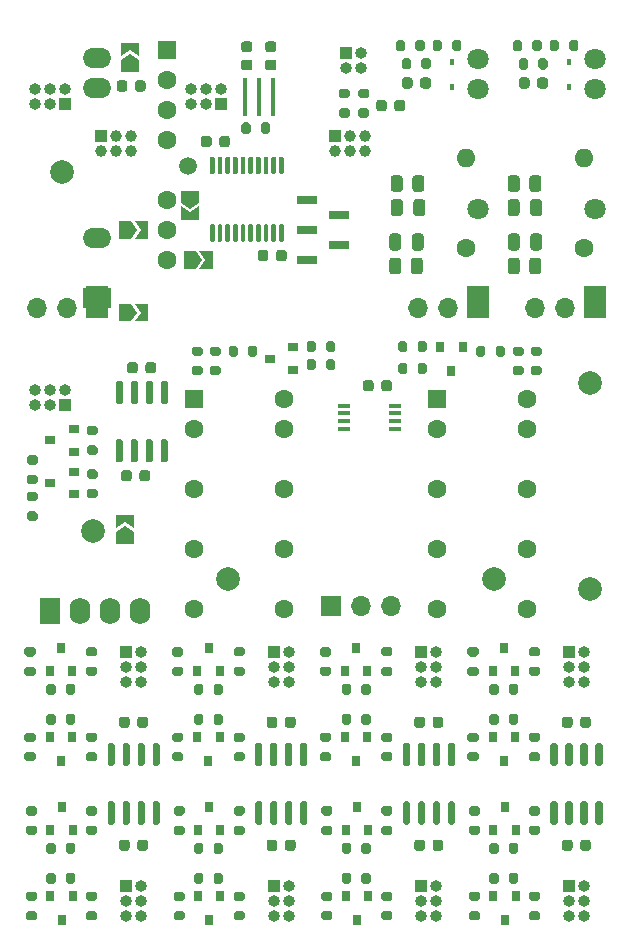
<source format=gbr>
%TF.GenerationSoftware,KiCad,Pcbnew,(5.1.10)-1*%
%TF.CreationDate,2022-01-19T08:45:22+07:00*%
%TF.ProjectId,PCB_4x_pnlz1_3,5043425f-3478-45f7-906e-6c7a315f332e,rev?*%
%TF.SameCoordinates,Original*%
%TF.FileFunction,Soldermask,Top*%
%TF.FilePolarity,Negative*%
%FSLAX46Y46*%
G04 Gerber Fmt 4.6, Leading zero omitted, Abs format (unit mm)*
G04 Created by KiCad (PCBNEW (5.1.10)-1) date 2022-01-19 08:45:22*
%MOMM*%
%LPD*%
G01*
G04 APERTURE LIST*
%ADD10R,0.800000X0.900000*%
%ADD11R,1.000000X1.000000*%
%ADD12O,1.000000X1.000000*%
%ADD13R,1.800000X0.650000*%
%ADD14C,1.000000*%
%ADD15C,1.600000*%
%ADD16R,1.600000X1.600000*%
%ADD17R,2.400000X1.700000*%
%ADD18O,2.400000X1.700000*%
%ADD19O,1.700000X1.700000*%
%ADD20R,1.900000X2.700000*%
%ADD21C,1.500000*%
%ADD22O,1.600000X1.600000*%
%ADD23R,0.400000X3.200000*%
%ADD24C,2.000000*%
%ADD25C,0.020000*%
%ADD26C,1.800000*%
%ADD27R,1.800000X1.800000*%
%ADD28R,0.450000X0.600000*%
%ADD29R,0.900000X0.800000*%
%ADD30R,1.700000X1.700000*%
%ADD31R,1.100000X0.400000*%
%ADD32O,1.750000X2.250000*%
%ADD33R,1.750000X2.250000*%
G04 APERTURE END LIST*
%TO.C,C3*%
G36*
G01*
X96391000Y-110443000D02*
X96391000Y-110943000D01*
G75*
G02*
X96166000Y-111168000I-225000J0D01*
G01*
X95716000Y-111168000D01*
G75*
G02*
X95491000Y-110943000I0J225000D01*
G01*
X95491000Y-110443000D01*
G75*
G02*
X95716000Y-110218000I225000J0D01*
G01*
X96166000Y-110218000D01*
G75*
G02*
X96391000Y-110443000I0J-225000D01*
G01*
G37*
G36*
G01*
X94841000Y-110443000D02*
X94841000Y-110943000D01*
G75*
G02*
X94616000Y-111168000I-225000J0D01*
G01*
X94166000Y-111168000D01*
G75*
G02*
X93941000Y-110943000I0J225000D01*
G01*
X93941000Y-110443000D01*
G75*
G02*
X94166000Y-110218000I225000J0D01*
G01*
X94616000Y-110218000D01*
G75*
G02*
X94841000Y-110443000I0J-225000D01*
G01*
G37*
%TD*%
%TO.C,C3*%
G36*
G01*
X83891000Y-110443000D02*
X83891000Y-110943000D01*
G75*
G02*
X83666000Y-111168000I-225000J0D01*
G01*
X83216000Y-111168000D01*
G75*
G02*
X82991000Y-110943000I0J225000D01*
G01*
X82991000Y-110443000D01*
G75*
G02*
X83216000Y-110218000I225000J0D01*
G01*
X83666000Y-110218000D01*
G75*
G02*
X83891000Y-110443000I0J-225000D01*
G01*
G37*
G36*
G01*
X82341000Y-110443000D02*
X82341000Y-110943000D01*
G75*
G02*
X82116000Y-111168000I-225000J0D01*
G01*
X81666000Y-111168000D01*
G75*
G02*
X81441000Y-110943000I0J225000D01*
G01*
X81441000Y-110443000D01*
G75*
G02*
X81666000Y-110218000I225000J0D01*
G01*
X82116000Y-110218000D01*
G75*
G02*
X82341000Y-110443000I0J-225000D01*
G01*
G37*
%TD*%
%TO.C,C3*%
G36*
G01*
X71391000Y-110443000D02*
X71391000Y-110943000D01*
G75*
G02*
X71166000Y-111168000I-225000J0D01*
G01*
X70716000Y-111168000D01*
G75*
G02*
X70491000Y-110943000I0J225000D01*
G01*
X70491000Y-110443000D01*
G75*
G02*
X70716000Y-110218000I225000J0D01*
G01*
X71166000Y-110218000D01*
G75*
G02*
X71391000Y-110443000I0J-225000D01*
G01*
G37*
G36*
G01*
X69841000Y-110443000D02*
X69841000Y-110943000D01*
G75*
G02*
X69616000Y-111168000I-225000J0D01*
G01*
X69166000Y-111168000D01*
G75*
G02*
X68941000Y-110943000I0J225000D01*
G01*
X68941000Y-110443000D01*
G75*
G02*
X69166000Y-110218000I225000J0D01*
G01*
X69616000Y-110218000D01*
G75*
G02*
X69841000Y-110443000I0J-225000D01*
G01*
G37*
%TD*%
%TO.C,C5*%
G36*
G01*
X96391000Y-120857000D02*
X96391000Y-121357000D01*
G75*
G02*
X96166000Y-121582000I-225000J0D01*
G01*
X95716000Y-121582000D01*
G75*
G02*
X95491000Y-121357000I0J225000D01*
G01*
X95491000Y-120857000D01*
G75*
G02*
X95716000Y-120632000I225000J0D01*
G01*
X96166000Y-120632000D01*
G75*
G02*
X96391000Y-120857000I0J-225000D01*
G01*
G37*
G36*
G01*
X94841000Y-120857000D02*
X94841000Y-121357000D01*
G75*
G02*
X94616000Y-121582000I-225000J0D01*
G01*
X94166000Y-121582000D01*
G75*
G02*
X93941000Y-121357000I0J225000D01*
G01*
X93941000Y-120857000D01*
G75*
G02*
X94166000Y-120632000I225000J0D01*
G01*
X94616000Y-120632000D01*
G75*
G02*
X94841000Y-120857000I0J-225000D01*
G01*
G37*
%TD*%
%TO.C,C5*%
G36*
G01*
X83891000Y-120857000D02*
X83891000Y-121357000D01*
G75*
G02*
X83666000Y-121582000I-225000J0D01*
G01*
X83216000Y-121582000D01*
G75*
G02*
X82991000Y-121357000I0J225000D01*
G01*
X82991000Y-120857000D01*
G75*
G02*
X83216000Y-120632000I225000J0D01*
G01*
X83666000Y-120632000D01*
G75*
G02*
X83891000Y-120857000I0J-225000D01*
G01*
G37*
G36*
G01*
X82341000Y-120857000D02*
X82341000Y-121357000D01*
G75*
G02*
X82116000Y-121582000I-225000J0D01*
G01*
X81666000Y-121582000D01*
G75*
G02*
X81441000Y-121357000I0J225000D01*
G01*
X81441000Y-120857000D01*
G75*
G02*
X81666000Y-120632000I225000J0D01*
G01*
X82116000Y-120632000D01*
G75*
G02*
X82341000Y-120857000I0J-225000D01*
G01*
G37*
%TD*%
%TO.C,C5*%
G36*
G01*
X71391000Y-120857000D02*
X71391000Y-121357000D01*
G75*
G02*
X71166000Y-121582000I-225000J0D01*
G01*
X70716000Y-121582000D01*
G75*
G02*
X70491000Y-121357000I0J225000D01*
G01*
X70491000Y-120857000D01*
G75*
G02*
X70716000Y-120632000I225000J0D01*
G01*
X71166000Y-120632000D01*
G75*
G02*
X71391000Y-120857000I0J-225000D01*
G01*
G37*
G36*
G01*
X69841000Y-120857000D02*
X69841000Y-121357000D01*
G75*
G02*
X69616000Y-121582000I-225000J0D01*
G01*
X69166000Y-121582000D01*
G75*
G02*
X68941000Y-121357000I0J225000D01*
G01*
X68941000Y-120857000D01*
G75*
G02*
X69166000Y-120632000I225000J0D01*
G01*
X69616000Y-120632000D01*
G75*
G02*
X69841000Y-120857000I0J-225000D01*
G01*
G37*
%TD*%
D10*
%TO.C,Q2*%
X89967000Y-111963000D03*
X88067000Y-111963000D03*
X89017000Y-113963000D03*
%TD*%
%TO.C,Q2*%
X77467000Y-111963000D03*
X75567000Y-111963000D03*
X76517000Y-113963000D03*
%TD*%
%TO.C,Q2*%
X64967000Y-111963000D03*
X63067000Y-111963000D03*
X64017000Y-113963000D03*
%TD*%
%TO.C,Q3*%
X88072000Y-106375000D03*
X89972000Y-106375000D03*
X89022000Y-104375000D03*
%TD*%
%TO.C,Q3*%
X75572000Y-106375000D03*
X77472000Y-106375000D03*
X76522000Y-104375000D03*
%TD*%
%TO.C,Q3*%
X63072000Y-106375000D03*
X64972000Y-106375000D03*
X64022000Y-104375000D03*
%TD*%
%TO.C,Q5*%
X88133000Y-119837000D03*
X90033000Y-119837000D03*
X89083000Y-117837000D03*
%TD*%
%TO.C,Q5*%
X75633000Y-119837000D03*
X77533000Y-119837000D03*
X76583000Y-117837000D03*
%TD*%
%TO.C,Q5*%
X63133000Y-119837000D03*
X65033000Y-119837000D03*
X64083000Y-117837000D03*
%TD*%
%TO.C,Q7*%
X89083000Y-127425000D03*
X88133000Y-125425000D03*
X90033000Y-125425000D03*
%TD*%
%TO.C,Q7*%
X76583000Y-127425000D03*
X75633000Y-125425000D03*
X77533000Y-125425000D03*
%TD*%
%TO.C,Q7*%
X64083000Y-127425000D03*
X63133000Y-125425000D03*
X65033000Y-125425000D03*
%TD*%
%TO.C,R2*%
G36*
G01*
X91898000Y-114013000D02*
X91348000Y-114013000D01*
G75*
G02*
X91148000Y-113813000I0J200000D01*
G01*
X91148000Y-113413000D01*
G75*
G02*
X91348000Y-113213000I200000J0D01*
G01*
X91898000Y-113213000D01*
G75*
G02*
X92098000Y-113413000I0J-200000D01*
G01*
X92098000Y-113813000D01*
G75*
G02*
X91898000Y-114013000I-200000J0D01*
G01*
G37*
G36*
G01*
X91898000Y-112363000D02*
X91348000Y-112363000D01*
G75*
G02*
X91148000Y-112163000I0J200000D01*
G01*
X91148000Y-111763000D01*
G75*
G02*
X91348000Y-111563000I200000J0D01*
G01*
X91898000Y-111563000D01*
G75*
G02*
X92098000Y-111763000I0J-200000D01*
G01*
X92098000Y-112163000D01*
G75*
G02*
X91898000Y-112363000I-200000J0D01*
G01*
G37*
%TD*%
%TO.C,R2*%
G36*
G01*
X79398000Y-114013000D02*
X78848000Y-114013000D01*
G75*
G02*
X78648000Y-113813000I0J200000D01*
G01*
X78648000Y-113413000D01*
G75*
G02*
X78848000Y-113213000I200000J0D01*
G01*
X79398000Y-113213000D01*
G75*
G02*
X79598000Y-113413000I0J-200000D01*
G01*
X79598000Y-113813000D01*
G75*
G02*
X79398000Y-114013000I-200000J0D01*
G01*
G37*
G36*
G01*
X79398000Y-112363000D02*
X78848000Y-112363000D01*
G75*
G02*
X78648000Y-112163000I0J200000D01*
G01*
X78648000Y-111763000D01*
G75*
G02*
X78848000Y-111563000I200000J0D01*
G01*
X79398000Y-111563000D01*
G75*
G02*
X79598000Y-111763000I0J-200000D01*
G01*
X79598000Y-112163000D01*
G75*
G02*
X79398000Y-112363000I-200000J0D01*
G01*
G37*
%TD*%
%TO.C,R2*%
G36*
G01*
X66898000Y-114013000D02*
X66348000Y-114013000D01*
G75*
G02*
X66148000Y-113813000I0J200000D01*
G01*
X66148000Y-113413000D01*
G75*
G02*
X66348000Y-113213000I200000J0D01*
G01*
X66898000Y-113213000D01*
G75*
G02*
X67098000Y-113413000I0J-200000D01*
G01*
X67098000Y-113813000D01*
G75*
G02*
X66898000Y-114013000I-200000J0D01*
G01*
G37*
G36*
G01*
X66898000Y-112363000D02*
X66348000Y-112363000D01*
G75*
G02*
X66148000Y-112163000I0J200000D01*
G01*
X66148000Y-111763000D01*
G75*
G02*
X66348000Y-111563000I200000J0D01*
G01*
X66898000Y-111563000D01*
G75*
G02*
X67098000Y-111763000I0J-200000D01*
G01*
X67098000Y-112163000D01*
G75*
G02*
X66898000Y-112363000I-200000J0D01*
G01*
G37*
%TD*%
%TO.C,R3*%
G36*
G01*
X86141000Y-104325000D02*
X86691000Y-104325000D01*
G75*
G02*
X86891000Y-104525000I0J-200000D01*
G01*
X86891000Y-104925000D01*
G75*
G02*
X86691000Y-105125000I-200000J0D01*
G01*
X86141000Y-105125000D01*
G75*
G02*
X85941000Y-104925000I0J200000D01*
G01*
X85941000Y-104525000D01*
G75*
G02*
X86141000Y-104325000I200000J0D01*
G01*
G37*
G36*
G01*
X86141000Y-105975000D02*
X86691000Y-105975000D01*
G75*
G02*
X86891000Y-106175000I0J-200000D01*
G01*
X86891000Y-106575000D01*
G75*
G02*
X86691000Y-106775000I-200000J0D01*
G01*
X86141000Y-106775000D01*
G75*
G02*
X85941000Y-106575000I0J200000D01*
G01*
X85941000Y-106175000D01*
G75*
G02*
X86141000Y-105975000I200000J0D01*
G01*
G37*
%TD*%
%TO.C,R3*%
G36*
G01*
X73641000Y-104325000D02*
X74191000Y-104325000D01*
G75*
G02*
X74391000Y-104525000I0J-200000D01*
G01*
X74391000Y-104925000D01*
G75*
G02*
X74191000Y-105125000I-200000J0D01*
G01*
X73641000Y-105125000D01*
G75*
G02*
X73441000Y-104925000I0J200000D01*
G01*
X73441000Y-104525000D01*
G75*
G02*
X73641000Y-104325000I200000J0D01*
G01*
G37*
G36*
G01*
X73641000Y-105975000D02*
X74191000Y-105975000D01*
G75*
G02*
X74391000Y-106175000I0J-200000D01*
G01*
X74391000Y-106575000D01*
G75*
G02*
X74191000Y-106775000I-200000J0D01*
G01*
X73641000Y-106775000D01*
G75*
G02*
X73441000Y-106575000I0J200000D01*
G01*
X73441000Y-106175000D01*
G75*
G02*
X73641000Y-105975000I200000J0D01*
G01*
G37*
%TD*%
%TO.C,R3*%
G36*
G01*
X61141000Y-104325000D02*
X61691000Y-104325000D01*
G75*
G02*
X61891000Y-104525000I0J-200000D01*
G01*
X61891000Y-104925000D01*
G75*
G02*
X61691000Y-105125000I-200000J0D01*
G01*
X61141000Y-105125000D01*
G75*
G02*
X60941000Y-104925000I0J200000D01*
G01*
X60941000Y-104525000D01*
G75*
G02*
X61141000Y-104325000I200000J0D01*
G01*
G37*
G36*
G01*
X61141000Y-105975000D02*
X61691000Y-105975000D01*
G75*
G02*
X61891000Y-106175000I0J-200000D01*
G01*
X61891000Y-106575000D01*
G75*
G02*
X61691000Y-106775000I-200000J0D01*
G01*
X61141000Y-106775000D01*
G75*
G02*
X60941000Y-106575000I0J200000D01*
G01*
X60941000Y-106175000D01*
G75*
G02*
X61141000Y-105975000I200000J0D01*
G01*
G37*
%TD*%
%TO.C,R6*%
G36*
G01*
X86141000Y-111563000D02*
X86691000Y-111563000D01*
G75*
G02*
X86891000Y-111763000I0J-200000D01*
G01*
X86891000Y-112163000D01*
G75*
G02*
X86691000Y-112363000I-200000J0D01*
G01*
X86141000Y-112363000D01*
G75*
G02*
X85941000Y-112163000I0J200000D01*
G01*
X85941000Y-111763000D01*
G75*
G02*
X86141000Y-111563000I200000J0D01*
G01*
G37*
G36*
G01*
X86141000Y-113213000D02*
X86691000Y-113213000D01*
G75*
G02*
X86891000Y-113413000I0J-200000D01*
G01*
X86891000Y-113813000D01*
G75*
G02*
X86691000Y-114013000I-200000J0D01*
G01*
X86141000Y-114013000D01*
G75*
G02*
X85941000Y-113813000I0J200000D01*
G01*
X85941000Y-113413000D01*
G75*
G02*
X86141000Y-113213000I200000J0D01*
G01*
G37*
%TD*%
%TO.C,R6*%
G36*
G01*
X73641000Y-111563000D02*
X74191000Y-111563000D01*
G75*
G02*
X74391000Y-111763000I0J-200000D01*
G01*
X74391000Y-112163000D01*
G75*
G02*
X74191000Y-112363000I-200000J0D01*
G01*
X73641000Y-112363000D01*
G75*
G02*
X73441000Y-112163000I0J200000D01*
G01*
X73441000Y-111763000D01*
G75*
G02*
X73641000Y-111563000I200000J0D01*
G01*
G37*
G36*
G01*
X73641000Y-113213000D02*
X74191000Y-113213000D01*
G75*
G02*
X74391000Y-113413000I0J-200000D01*
G01*
X74391000Y-113813000D01*
G75*
G02*
X74191000Y-114013000I-200000J0D01*
G01*
X73641000Y-114013000D01*
G75*
G02*
X73441000Y-113813000I0J200000D01*
G01*
X73441000Y-113413000D01*
G75*
G02*
X73641000Y-113213000I200000J0D01*
G01*
G37*
%TD*%
%TO.C,R6*%
G36*
G01*
X61141000Y-111563000D02*
X61691000Y-111563000D01*
G75*
G02*
X61891000Y-111763000I0J-200000D01*
G01*
X61891000Y-112163000D01*
G75*
G02*
X61691000Y-112363000I-200000J0D01*
G01*
X61141000Y-112363000D01*
G75*
G02*
X60941000Y-112163000I0J200000D01*
G01*
X60941000Y-111763000D01*
G75*
G02*
X61141000Y-111563000I200000J0D01*
G01*
G37*
G36*
G01*
X61141000Y-113213000D02*
X61691000Y-113213000D01*
G75*
G02*
X61891000Y-113413000I0J-200000D01*
G01*
X61891000Y-113813000D01*
G75*
G02*
X61691000Y-114013000I-200000J0D01*
G01*
X61141000Y-114013000D01*
G75*
G02*
X60941000Y-113813000I0J200000D01*
G01*
X60941000Y-113413000D01*
G75*
G02*
X61141000Y-113213000I200000J0D01*
G01*
G37*
%TD*%
%TO.C,R7*%
G36*
G01*
X91898000Y-106774000D02*
X91348000Y-106774000D01*
G75*
G02*
X91148000Y-106574000I0J200000D01*
G01*
X91148000Y-106174000D01*
G75*
G02*
X91348000Y-105974000I200000J0D01*
G01*
X91898000Y-105974000D01*
G75*
G02*
X92098000Y-106174000I0J-200000D01*
G01*
X92098000Y-106574000D01*
G75*
G02*
X91898000Y-106774000I-200000J0D01*
G01*
G37*
G36*
G01*
X91898000Y-105124000D02*
X91348000Y-105124000D01*
G75*
G02*
X91148000Y-104924000I0J200000D01*
G01*
X91148000Y-104524000D01*
G75*
G02*
X91348000Y-104324000I200000J0D01*
G01*
X91898000Y-104324000D01*
G75*
G02*
X92098000Y-104524000I0J-200000D01*
G01*
X92098000Y-104924000D01*
G75*
G02*
X91898000Y-105124000I-200000J0D01*
G01*
G37*
%TD*%
%TO.C,R7*%
G36*
G01*
X79398000Y-106774000D02*
X78848000Y-106774000D01*
G75*
G02*
X78648000Y-106574000I0J200000D01*
G01*
X78648000Y-106174000D01*
G75*
G02*
X78848000Y-105974000I200000J0D01*
G01*
X79398000Y-105974000D01*
G75*
G02*
X79598000Y-106174000I0J-200000D01*
G01*
X79598000Y-106574000D01*
G75*
G02*
X79398000Y-106774000I-200000J0D01*
G01*
G37*
G36*
G01*
X79398000Y-105124000D02*
X78848000Y-105124000D01*
G75*
G02*
X78648000Y-104924000I0J200000D01*
G01*
X78648000Y-104524000D01*
G75*
G02*
X78848000Y-104324000I200000J0D01*
G01*
X79398000Y-104324000D01*
G75*
G02*
X79598000Y-104524000I0J-200000D01*
G01*
X79598000Y-104924000D01*
G75*
G02*
X79398000Y-105124000I-200000J0D01*
G01*
G37*
%TD*%
%TO.C,R7*%
G36*
G01*
X66898000Y-106774000D02*
X66348000Y-106774000D01*
G75*
G02*
X66148000Y-106574000I0J200000D01*
G01*
X66148000Y-106174000D01*
G75*
G02*
X66348000Y-105974000I200000J0D01*
G01*
X66898000Y-105974000D01*
G75*
G02*
X67098000Y-106174000I0J-200000D01*
G01*
X67098000Y-106574000D01*
G75*
G02*
X66898000Y-106774000I-200000J0D01*
G01*
G37*
G36*
G01*
X66898000Y-105124000D02*
X66348000Y-105124000D01*
G75*
G02*
X66148000Y-104924000I0J200000D01*
G01*
X66148000Y-104524000D01*
G75*
G02*
X66348000Y-104324000I200000J0D01*
G01*
X66898000Y-104324000D01*
G75*
G02*
X67098000Y-104524000I0J-200000D01*
G01*
X67098000Y-104924000D01*
G75*
G02*
X66898000Y-105124000I-200000J0D01*
G01*
G37*
%TD*%
%TO.C,R10*%
G36*
G01*
X90245000Y-110164000D02*
X90245000Y-110714000D01*
G75*
G02*
X90045000Y-110914000I-200000J0D01*
G01*
X89645000Y-110914000D01*
G75*
G02*
X89445000Y-110714000I0J200000D01*
G01*
X89445000Y-110164000D01*
G75*
G02*
X89645000Y-109964000I200000J0D01*
G01*
X90045000Y-109964000D01*
G75*
G02*
X90245000Y-110164000I0J-200000D01*
G01*
G37*
G36*
G01*
X88595000Y-110164000D02*
X88595000Y-110714000D01*
G75*
G02*
X88395000Y-110914000I-200000J0D01*
G01*
X87995000Y-110914000D01*
G75*
G02*
X87795000Y-110714000I0J200000D01*
G01*
X87795000Y-110164000D01*
G75*
G02*
X87995000Y-109964000I200000J0D01*
G01*
X88395000Y-109964000D01*
G75*
G02*
X88595000Y-110164000I0J-200000D01*
G01*
G37*
%TD*%
%TO.C,R10*%
G36*
G01*
X77745000Y-110164000D02*
X77745000Y-110714000D01*
G75*
G02*
X77545000Y-110914000I-200000J0D01*
G01*
X77145000Y-110914000D01*
G75*
G02*
X76945000Y-110714000I0J200000D01*
G01*
X76945000Y-110164000D01*
G75*
G02*
X77145000Y-109964000I200000J0D01*
G01*
X77545000Y-109964000D01*
G75*
G02*
X77745000Y-110164000I0J-200000D01*
G01*
G37*
G36*
G01*
X76095000Y-110164000D02*
X76095000Y-110714000D01*
G75*
G02*
X75895000Y-110914000I-200000J0D01*
G01*
X75495000Y-110914000D01*
G75*
G02*
X75295000Y-110714000I0J200000D01*
G01*
X75295000Y-110164000D01*
G75*
G02*
X75495000Y-109964000I200000J0D01*
G01*
X75895000Y-109964000D01*
G75*
G02*
X76095000Y-110164000I0J-200000D01*
G01*
G37*
%TD*%
%TO.C,R10*%
G36*
G01*
X65245000Y-110164000D02*
X65245000Y-110714000D01*
G75*
G02*
X65045000Y-110914000I-200000J0D01*
G01*
X64645000Y-110914000D01*
G75*
G02*
X64445000Y-110714000I0J200000D01*
G01*
X64445000Y-110164000D01*
G75*
G02*
X64645000Y-109964000I200000J0D01*
G01*
X65045000Y-109964000D01*
G75*
G02*
X65245000Y-110164000I0J-200000D01*
G01*
G37*
G36*
G01*
X63595000Y-110164000D02*
X63595000Y-110714000D01*
G75*
G02*
X63395000Y-110914000I-200000J0D01*
G01*
X62995000Y-110914000D01*
G75*
G02*
X62795000Y-110714000I0J200000D01*
G01*
X62795000Y-110164000D01*
G75*
G02*
X62995000Y-109964000I200000J0D01*
G01*
X63395000Y-109964000D01*
G75*
G02*
X63595000Y-110164000I0J-200000D01*
G01*
G37*
%TD*%
%TO.C,R11*%
G36*
G01*
X87795000Y-108174000D02*
X87795000Y-107624000D01*
G75*
G02*
X87995000Y-107424000I200000J0D01*
G01*
X88395000Y-107424000D01*
G75*
G02*
X88595000Y-107624000I0J-200000D01*
G01*
X88595000Y-108174000D01*
G75*
G02*
X88395000Y-108374000I-200000J0D01*
G01*
X87995000Y-108374000D01*
G75*
G02*
X87795000Y-108174000I0J200000D01*
G01*
G37*
G36*
G01*
X89445000Y-108174000D02*
X89445000Y-107624000D01*
G75*
G02*
X89645000Y-107424000I200000J0D01*
G01*
X90045000Y-107424000D01*
G75*
G02*
X90245000Y-107624000I0J-200000D01*
G01*
X90245000Y-108174000D01*
G75*
G02*
X90045000Y-108374000I-200000J0D01*
G01*
X89645000Y-108374000D01*
G75*
G02*
X89445000Y-108174000I0J200000D01*
G01*
G37*
%TD*%
%TO.C,R11*%
G36*
G01*
X75295000Y-108174000D02*
X75295000Y-107624000D01*
G75*
G02*
X75495000Y-107424000I200000J0D01*
G01*
X75895000Y-107424000D01*
G75*
G02*
X76095000Y-107624000I0J-200000D01*
G01*
X76095000Y-108174000D01*
G75*
G02*
X75895000Y-108374000I-200000J0D01*
G01*
X75495000Y-108374000D01*
G75*
G02*
X75295000Y-108174000I0J200000D01*
G01*
G37*
G36*
G01*
X76945000Y-108174000D02*
X76945000Y-107624000D01*
G75*
G02*
X77145000Y-107424000I200000J0D01*
G01*
X77545000Y-107424000D01*
G75*
G02*
X77745000Y-107624000I0J-200000D01*
G01*
X77745000Y-108174000D01*
G75*
G02*
X77545000Y-108374000I-200000J0D01*
G01*
X77145000Y-108374000D01*
G75*
G02*
X76945000Y-108174000I0J200000D01*
G01*
G37*
%TD*%
%TO.C,R11*%
G36*
G01*
X62795000Y-108174000D02*
X62795000Y-107624000D01*
G75*
G02*
X62995000Y-107424000I200000J0D01*
G01*
X63395000Y-107424000D01*
G75*
G02*
X63595000Y-107624000I0J-200000D01*
G01*
X63595000Y-108174000D01*
G75*
G02*
X63395000Y-108374000I-200000J0D01*
G01*
X62995000Y-108374000D01*
G75*
G02*
X62795000Y-108174000I0J200000D01*
G01*
G37*
G36*
G01*
X64445000Y-108174000D02*
X64445000Y-107624000D01*
G75*
G02*
X64645000Y-107424000I200000J0D01*
G01*
X65045000Y-107424000D01*
G75*
G02*
X65245000Y-107624000I0J-200000D01*
G01*
X65245000Y-108174000D01*
G75*
G02*
X65045000Y-108374000I-200000J0D01*
G01*
X64645000Y-108374000D01*
G75*
G02*
X64445000Y-108174000I0J200000D01*
G01*
G37*
%TD*%
%TO.C,R13*%
G36*
G01*
X87794000Y-121636000D02*
X87794000Y-121086000D01*
G75*
G02*
X87994000Y-120886000I200000J0D01*
G01*
X88394000Y-120886000D01*
G75*
G02*
X88594000Y-121086000I0J-200000D01*
G01*
X88594000Y-121636000D01*
G75*
G02*
X88394000Y-121836000I-200000J0D01*
G01*
X87994000Y-121836000D01*
G75*
G02*
X87794000Y-121636000I0J200000D01*
G01*
G37*
G36*
G01*
X89444000Y-121636000D02*
X89444000Y-121086000D01*
G75*
G02*
X89644000Y-120886000I200000J0D01*
G01*
X90044000Y-120886000D01*
G75*
G02*
X90244000Y-121086000I0J-200000D01*
G01*
X90244000Y-121636000D01*
G75*
G02*
X90044000Y-121836000I-200000J0D01*
G01*
X89644000Y-121836000D01*
G75*
G02*
X89444000Y-121636000I0J200000D01*
G01*
G37*
%TD*%
%TO.C,R13*%
G36*
G01*
X75294000Y-121636000D02*
X75294000Y-121086000D01*
G75*
G02*
X75494000Y-120886000I200000J0D01*
G01*
X75894000Y-120886000D01*
G75*
G02*
X76094000Y-121086000I0J-200000D01*
G01*
X76094000Y-121636000D01*
G75*
G02*
X75894000Y-121836000I-200000J0D01*
G01*
X75494000Y-121836000D01*
G75*
G02*
X75294000Y-121636000I0J200000D01*
G01*
G37*
G36*
G01*
X76944000Y-121636000D02*
X76944000Y-121086000D01*
G75*
G02*
X77144000Y-120886000I200000J0D01*
G01*
X77544000Y-120886000D01*
G75*
G02*
X77744000Y-121086000I0J-200000D01*
G01*
X77744000Y-121636000D01*
G75*
G02*
X77544000Y-121836000I-200000J0D01*
G01*
X77144000Y-121836000D01*
G75*
G02*
X76944000Y-121636000I0J200000D01*
G01*
G37*
%TD*%
%TO.C,R13*%
G36*
G01*
X62794000Y-121636000D02*
X62794000Y-121086000D01*
G75*
G02*
X62994000Y-120886000I200000J0D01*
G01*
X63394000Y-120886000D01*
G75*
G02*
X63594000Y-121086000I0J-200000D01*
G01*
X63594000Y-121636000D01*
G75*
G02*
X63394000Y-121836000I-200000J0D01*
G01*
X62994000Y-121836000D01*
G75*
G02*
X62794000Y-121636000I0J200000D01*
G01*
G37*
G36*
G01*
X64444000Y-121636000D02*
X64444000Y-121086000D01*
G75*
G02*
X64644000Y-120886000I200000J0D01*
G01*
X65044000Y-120886000D01*
G75*
G02*
X65244000Y-121086000I0J-200000D01*
G01*
X65244000Y-121636000D01*
G75*
G02*
X65044000Y-121836000I-200000J0D01*
G01*
X64644000Y-121836000D01*
G75*
G02*
X64444000Y-121636000I0J200000D01*
G01*
G37*
%TD*%
%TO.C,R15*%
G36*
G01*
X88595000Y-123626000D02*
X88595000Y-124176000D01*
G75*
G02*
X88395000Y-124376000I-200000J0D01*
G01*
X87995000Y-124376000D01*
G75*
G02*
X87795000Y-124176000I0J200000D01*
G01*
X87795000Y-123626000D01*
G75*
G02*
X87995000Y-123426000I200000J0D01*
G01*
X88395000Y-123426000D01*
G75*
G02*
X88595000Y-123626000I0J-200000D01*
G01*
G37*
G36*
G01*
X90245000Y-123626000D02*
X90245000Y-124176000D01*
G75*
G02*
X90045000Y-124376000I-200000J0D01*
G01*
X89645000Y-124376000D01*
G75*
G02*
X89445000Y-124176000I0J200000D01*
G01*
X89445000Y-123626000D01*
G75*
G02*
X89645000Y-123426000I200000J0D01*
G01*
X90045000Y-123426000D01*
G75*
G02*
X90245000Y-123626000I0J-200000D01*
G01*
G37*
%TD*%
%TO.C,R15*%
G36*
G01*
X76095000Y-123626000D02*
X76095000Y-124176000D01*
G75*
G02*
X75895000Y-124376000I-200000J0D01*
G01*
X75495000Y-124376000D01*
G75*
G02*
X75295000Y-124176000I0J200000D01*
G01*
X75295000Y-123626000D01*
G75*
G02*
X75495000Y-123426000I200000J0D01*
G01*
X75895000Y-123426000D01*
G75*
G02*
X76095000Y-123626000I0J-200000D01*
G01*
G37*
G36*
G01*
X77745000Y-123626000D02*
X77745000Y-124176000D01*
G75*
G02*
X77545000Y-124376000I-200000J0D01*
G01*
X77145000Y-124376000D01*
G75*
G02*
X76945000Y-124176000I0J200000D01*
G01*
X76945000Y-123626000D01*
G75*
G02*
X77145000Y-123426000I200000J0D01*
G01*
X77545000Y-123426000D01*
G75*
G02*
X77745000Y-123626000I0J-200000D01*
G01*
G37*
%TD*%
%TO.C,R15*%
G36*
G01*
X63595000Y-123626000D02*
X63595000Y-124176000D01*
G75*
G02*
X63395000Y-124376000I-200000J0D01*
G01*
X62995000Y-124376000D01*
G75*
G02*
X62795000Y-124176000I0J200000D01*
G01*
X62795000Y-123626000D01*
G75*
G02*
X62995000Y-123426000I200000J0D01*
G01*
X63395000Y-123426000D01*
G75*
G02*
X63595000Y-123626000I0J-200000D01*
G01*
G37*
G36*
G01*
X65245000Y-123626000D02*
X65245000Y-124176000D01*
G75*
G02*
X65045000Y-124376000I-200000J0D01*
G01*
X64645000Y-124376000D01*
G75*
G02*
X64445000Y-124176000I0J200000D01*
G01*
X64445000Y-123626000D01*
G75*
G02*
X64645000Y-123426000I200000J0D01*
G01*
X65045000Y-123426000D01*
G75*
G02*
X65245000Y-123626000I0J-200000D01*
G01*
G37*
%TD*%
%TO.C,R17*%
G36*
G01*
X91348000Y-117787000D02*
X91898000Y-117787000D01*
G75*
G02*
X92098000Y-117987000I0J-200000D01*
G01*
X92098000Y-118387000D01*
G75*
G02*
X91898000Y-118587000I-200000J0D01*
G01*
X91348000Y-118587000D01*
G75*
G02*
X91148000Y-118387000I0J200000D01*
G01*
X91148000Y-117987000D01*
G75*
G02*
X91348000Y-117787000I200000J0D01*
G01*
G37*
G36*
G01*
X91348000Y-119437000D02*
X91898000Y-119437000D01*
G75*
G02*
X92098000Y-119637000I0J-200000D01*
G01*
X92098000Y-120037000D01*
G75*
G02*
X91898000Y-120237000I-200000J0D01*
G01*
X91348000Y-120237000D01*
G75*
G02*
X91148000Y-120037000I0J200000D01*
G01*
X91148000Y-119637000D01*
G75*
G02*
X91348000Y-119437000I200000J0D01*
G01*
G37*
%TD*%
%TO.C,R17*%
G36*
G01*
X78848000Y-117787000D02*
X79398000Y-117787000D01*
G75*
G02*
X79598000Y-117987000I0J-200000D01*
G01*
X79598000Y-118387000D01*
G75*
G02*
X79398000Y-118587000I-200000J0D01*
G01*
X78848000Y-118587000D01*
G75*
G02*
X78648000Y-118387000I0J200000D01*
G01*
X78648000Y-117987000D01*
G75*
G02*
X78848000Y-117787000I200000J0D01*
G01*
G37*
G36*
G01*
X78848000Y-119437000D02*
X79398000Y-119437000D01*
G75*
G02*
X79598000Y-119637000I0J-200000D01*
G01*
X79598000Y-120037000D01*
G75*
G02*
X79398000Y-120237000I-200000J0D01*
G01*
X78848000Y-120237000D01*
G75*
G02*
X78648000Y-120037000I0J200000D01*
G01*
X78648000Y-119637000D01*
G75*
G02*
X78848000Y-119437000I200000J0D01*
G01*
G37*
%TD*%
%TO.C,R17*%
G36*
G01*
X66348000Y-117787000D02*
X66898000Y-117787000D01*
G75*
G02*
X67098000Y-117987000I0J-200000D01*
G01*
X67098000Y-118387000D01*
G75*
G02*
X66898000Y-118587000I-200000J0D01*
G01*
X66348000Y-118587000D01*
G75*
G02*
X66148000Y-118387000I0J200000D01*
G01*
X66148000Y-117987000D01*
G75*
G02*
X66348000Y-117787000I200000J0D01*
G01*
G37*
G36*
G01*
X66348000Y-119437000D02*
X66898000Y-119437000D01*
G75*
G02*
X67098000Y-119637000I0J-200000D01*
G01*
X67098000Y-120037000D01*
G75*
G02*
X66898000Y-120237000I-200000J0D01*
G01*
X66348000Y-120237000D01*
G75*
G02*
X66148000Y-120037000I0J200000D01*
G01*
X66148000Y-119637000D01*
G75*
G02*
X66348000Y-119437000I200000J0D01*
G01*
G37*
%TD*%
%TO.C,R19*%
G36*
G01*
X86818000Y-125826000D02*
X86268000Y-125826000D01*
G75*
G02*
X86068000Y-125626000I0J200000D01*
G01*
X86068000Y-125226000D01*
G75*
G02*
X86268000Y-125026000I200000J0D01*
G01*
X86818000Y-125026000D01*
G75*
G02*
X87018000Y-125226000I0J-200000D01*
G01*
X87018000Y-125626000D01*
G75*
G02*
X86818000Y-125826000I-200000J0D01*
G01*
G37*
G36*
G01*
X86818000Y-127476000D02*
X86268000Y-127476000D01*
G75*
G02*
X86068000Y-127276000I0J200000D01*
G01*
X86068000Y-126876000D01*
G75*
G02*
X86268000Y-126676000I200000J0D01*
G01*
X86818000Y-126676000D01*
G75*
G02*
X87018000Y-126876000I0J-200000D01*
G01*
X87018000Y-127276000D01*
G75*
G02*
X86818000Y-127476000I-200000J0D01*
G01*
G37*
%TD*%
%TO.C,R19*%
G36*
G01*
X74318000Y-125826000D02*
X73768000Y-125826000D01*
G75*
G02*
X73568000Y-125626000I0J200000D01*
G01*
X73568000Y-125226000D01*
G75*
G02*
X73768000Y-125026000I200000J0D01*
G01*
X74318000Y-125026000D01*
G75*
G02*
X74518000Y-125226000I0J-200000D01*
G01*
X74518000Y-125626000D01*
G75*
G02*
X74318000Y-125826000I-200000J0D01*
G01*
G37*
G36*
G01*
X74318000Y-127476000D02*
X73768000Y-127476000D01*
G75*
G02*
X73568000Y-127276000I0J200000D01*
G01*
X73568000Y-126876000D01*
G75*
G02*
X73768000Y-126676000I200000J0D01*
G01*
X74318000Y-126676000D01*
G75*
G02*
X74518000Y-126876000I0J-200000D01*
G01*
X74518000Y-127276000D01*
G75*
G02*
X74318000Y-127476000I-200000J0D01*
G01*
G37*
%TD*%
%TO.C,R19*%
G36*
G01*
X61818000Y-125826000D02*
X61268000Y-125826000D01*
G75*
G02*
X61068000Y-125626000I0J200000D01*
G01*
X61068000Y-125226000D01*
G75*
G02*
X61268000Y-125026000I200000J0D01*
G01*
X61818000Y-125026000D01*
G75*
G02*
X62018000Y-125226000I0J-200000D01*
G01*
X62018000Y-125626000D01*
G75*
G02*
X61818000Y-125826000I-200000J0D01*
G01*
G37*
G36*
G01*
X61818000Y-127476000D02*
X61268000Y-127476000D01*
G75*
G02*
X61068000Y-127276000I0J200000D01*
G01*
X61068000Y-126876000D01*
G75*
G02*
X61268000Y-126676000I200000J0D01*
G01*
X61818000Y-126676000D01*
G75*
G02*
X62018000Y-126876000I0J-200000D01*
G01*
X62018000Y-127276000D01*
G75*
G02*
X61818000Y-127476000I-200000J0D01*
G01*
G37*
%TD*%
%TO.C,R21*%
G36*
G01*
X86268000Y-117787000D02*
X86818000Y-117787000D01*
G75*
G02*
X87018000Y-117987000I0J-200000D01*
G01*
X87018000Y-118387000D01*
G75*
G02*
X86818000Y-118587000I-200000J0D01*
G01*
X86268000Y-118587000D01*
G75*
G02*
X86068000Y-118387000I0J200000D01*
G01*
X86068000Y-117987000D01*
G75*
G02*
X86268000Y-117787000I200000J0D01*
G01*
G37*
G36*
G01*
X86268000Y-119437000D02*
X86818000Y-119437000D01*
G75*
G02*
X87018000Y-119637000I0J-200000D01*
G01*
X87018000Y-120037000D01*
G75*
G02*
X86818000Y-120237000I-200000J0D01*
G01*
X86268000Y-120237000D01*
G75*
G02*
X86068000Y-120037000I0J200000D01*
G01*
X86068000Y-119637000D01*
G75*
G02*
X86268000Y-119437000I200000J0D01*
G01*
G37*
%TD*%
%TO.C,R21*%
G36*
G01*
X73768000Y-117787000D02*
X74318000Y-117787000D01*
G75*
G02*
X74518000Y-117987000I0J-200000D01*
G01*
X74518000Y-118387000D01*
G75*
G02*
X74318000Y-118587000I-200000J0D01*
G01*
X73768000Y-118587000D01*
G75*
G02*
X73568000Y-118387000I0J200000D01*
G01*
X73568000Y-117987000D01*
G75*
G02*
X73768000Y-117787000I200000J0D01*
G01*
G37*
G36*
G01*
X73768000Y-119437000D02*
X74318000Y-119437000D01*
G75*
G02*
X74518000Y-119637000I0J-200000D01*
G01*
X74518000Y-120037000D01*
G75*
G02*
X74318000Y-120237000I-200000J0D01*
G01*
X73768000Y-120237000D01*
G75*
G02*
X73568000Y-120037000I0J200000D01*
G01*
X73568000Y-119637000D01*
G75*
G02*
X73768000Y-119437000I200000J0D01*
G01*
G37*
%TD*%
%TO.C,R21*%
G36*
G01*
X61268000Y-117787000D02*
X61818000Y-117787000D01*
G75*
G02*
X62018000Y-117987000I0J-200000D01*
G01*
X62018000Y-118387000D01*
G75*
G02*
X61818000Y-118587000I-200000J0D01*
G01*
X61268000Y-118587000D01*
G75*
G02*
X61068000Y-118387000I0J200000D01*
G01*
X61068000Y-117987000D01*
G75*
G02*
X61268000Y-117787000I200000J0D01*
G01*
G37*
G36*
G01*
X61268000Y-119437000D02*
X61818000Y-119437000D01*
G75*
G02*
X62018000Y-119637000I0J-200000D01*
G01*
X62018000Y-120037000D01*
G75*
G02*
X61818000Y-120237000I-200000J0D01*
G01*
X61268000Y-120237000D01*
G75*
G02*
X61068000Y-120037000I0J200000D01*
G01*
X61068000Y-119637000D01*
G75*
G02*
X61268000Y-119437000I200000J0D01*
G01*
G37*
%TD*%
%TO.C,R23*%
G36*
G01*
X91898000Y-125825000D02*
X91348000Y-125825000D01*
G75*
G02*
X91148000Y-125625000I0J200000D01*
G01*
X91148000Y-125225000D01*
G75*
G02*
X91348000Y-125025000I200000J0D01*
G01*
X91898000Y-125025000D01*
G75*
G02*
X92098000Y-125225000I0J-200000D01*
G01*
X92098000Y-125625000D01*
G75*
G02*
X91898000Y-125825000I-200000J0D01*
G01*
G37*
G36*
G01*
X91898000Y-127475000D02*
X91348000Y-127475000D01*
G75*
G02*
X91148000Y-127275000I0J200000D01*
G01*
X91148000Y-126875000D01*
G75*
G02*
X91348000Y-126675000I200000J0D01*
G01*
X91898000Y-126675000D01*
G75*
G02*
X92098000Y-126875000I0J-200000D01*
G01*
X92098000Y-127275000D01*
G75*
G02*
X91898000Y-127475000I-200000J0D01*
G01*
G37*
%TD*%
%TO.C,R23*%
G36*
G01*
X79398000Y-125825000D02*
X78848000Y-125825000D01*
G75*
G02*
X78648000Y-125625000I0J200000D01*
G01*
X78648000Y-125225000D01*
G75*
G02*
X78848000Y-125025000I200000J0D01*
G01*
X79398000Y-125025000D01*
G75*
G02*
X79598000Y-125225000I0J-200000D01*
G01*
X79598000Y-125625000D01*
G75*
G02*
X79398000Y-125825000I-200000J0D01*
G01*
G37*
G36*
G01*
X79398000Y-127475000D02*
X78848000Y-127475000D01*
G75*
G02*
X78648000Y-127275000I0J200000D01*
G01*
X78648000Y-126875000D01*
G75*
G02*
X78848000Y-126675000I200000J0D01*
G01*
X79398000Y-126675000D01*
G75*
G02*
X79598000Y-126875000I0J-200000D01*
G01*
X79598000Y-127275000D01*
G75*
G02*
X79398000Y-127475000I-200000J0D01*
G01*
G37*
%TD*%
%TO.C,R23*%
G36*
G01*
X66898000Y-125825000D02*
X66348000Y-125825000D01*
G75*
G02*
X66148000Y-125625000I0J200000D01*
G01*
X66148000Y-125225000D01*
G75*
G02*
X66348000Y-125025000I200000J0D01*
G01*
X66898000Y-125025000D01*
G75*
G02*
X67098000Y-125225000I0J-200000D01*
G01*
X67098000Y-125625000D01*
G75*
G02*
X66898000Y-125825000I-200000J0D01*
G01*
G37*
G36*
G01*
X66898000Y-127475000D02*
X66348000Y-127475000D01*
G75*
G02*
X66148000Y-127275000I0J200000D01*
G01*
X66148000Y-126875000D01*
G75*
G02*
X66348000Y-126675000I200000J0D01*
G01*
X66898000Y-126675000D01*
G75*
G02*
X67098000Y-126875000I0J-200000D01*
G01*
X67098000Y-127275000D01*
G75*
G02*
X66898000Y-127475000I-200000J0D01*
G01*
G37*
%TD*%
%TO.C,U2*%
G36*
G01*
X96934000Y-112450000D02*
X97234000Y-112450000D01*
G75*
G02*
X97384000Y-112600000I0J-150000D01*
G01*
X97384000Y-114250000D01*
G75*
G02*
X97234000Y-114400000I-150000J0D01*
G01*
X96934000Y-114400000D01*
G75*
G02*
X96784000Y-114250000I0J150000D01*
G01*
X96784000Y-112600000D01*
G75*
G02*
X96934000Y-112450000I150000J0D01*
G01*
G37*
G36*
G01*
X95664000Y-112450000D02*
X95964000Y-112450000D01*
G75*
G02*
X96114000Y-112600000I0J-150000D01*
G01*
X96114000Y-114250000D01*
G75*
G02*
X95964000Y-114400000I-150000J0D01*
G01*
X95664000Y-114400000D01*
G75*
G02*
X95514000Y-114250000I0J150000D01*
G01*
X95514000Y-112600000D01*
G75*
G02*
X95664000Y-112450000I150000J0D01*
G01*
G37*
G36*
G01*
X94394000Y-112450000D02*
X94694000Y-112450000D01*
G75*
G02*
X94844000Y-112600000I0J-150000D01*
G01*
X94844000Y-114250000D01*
G75*
G02*
X94694000Y-114400000I-150000J0D01*
G01*
X94394000Y-114400000D01*
G75*
G02*
X94244000Y-114250000I0J150000D01*
G01*
X94244000Y-112600000D01*
G75*
G02*
X94394000Y-112450000I150000J0D01*
G01*
G37*
G36*
G01*
X93124000Y-112450000D02*
X93424000Y-112450000D01*
G75*
G02*
X93574000Y-112600000I0J-150000D01*
G01*
X93574000Y-114250000D01*
G75*
G02*
X93424000Y-114400000I-150000J0D01*
G01*
X93124000Y-114400000D01*
G75*
G02*
X92974000Y-114250000I0J150000D01*
G01*
X92974000Y-112600000D01*
G75*
G02*
X93124000Y-112450000I150000J0D01*
G01*
G37*
G36*
G01*
X93124000Y-117400000D02*
X93424000Y-117400000D01*
G75*
G02*
X93574000Y-117550000I0J-150000D01*
G01*
X93574000Y-119200000D01*
G75*
G02*
X93424000Y-119350000I-150000J0D01*
G01*
X93124000Y-119350000D01*
G75*
G02*
X92974000Y-119200000I0J150000D01*
G01*
X92974000Y-117550000D01*
G75*
G02*
X93124000Y-117400000I150000J0D01*
G01*
G37*
G36*
G01*
X94394000Y-117400000D02*
X94694000Y-117400000D01*
G75*
G02*
X94844000Y-117550000I0J-150000D01*
G01*
X94844000Y-119200000D01*
G75*
G02*
X94694000Y-119350000I-150000J0D01*
G01*
X94394000Y-119350000D01*
G75*
G02*
X94244000Y-119200000I0J150000D01*
G01*
X94244000Y-117550000D01*
G75*
G02*
X94394000Y-117400000I150000J0D01*
G01*
G37*
G36*
G01*
X95664000Y-117400000D02*
X95964000Y-117400000D01*
G75*
G02*
X96114000Y-117550000I0J-150000D01*
G01*
X96114000Y-119200000D01*
G75*
G02*
X95964000Y-119350000I-150000J0D01*
G01*
X95664000Y-119350000D01*
G75*
G02*
X95514000Y-119200000I0J150000D01*
G01*
X95514000Y-117550000D01*
G75*
G02*
X95664000Y-117400000I150000J0D01*
G01*
G37*
G36*
G01*
X96934000Y-117400000D02*
X97234000Y-117400000D01*
G75*
G02*
X97384000Y-117550000I0J-150000D01*
G01*
X97384000Y-119200000D01*
G75*
G02*
X97234000Y-119350000I-150000J0D01*
G01*
X96934000Y-119350000D01*
G75*
G02*
X96784000Y-119200000I0J150000D01*
G01*
X96784000Y-117550000D01*
G75*
G02*
X96934000Y-117400000I150000J0D01*
G01*
G37*
%TD*%
%TO.C,U2*%
G36*
G01*
X84434000Y-112450000D02*
X84734000Y-112450000D01*
G75*
G02*
X84884000Y-112600000I0J-150000D01*
G01*
X84884000Y-114250000D01*
G75*
G02*
X84734000Y-114400000I-150000J0D01*
G01*
X84434000Y-114400000D01*
G75*
G02*
X84284000Y-114250000I0J150000D01*
G01*
X84284000Y-112600000D01*
G75*
G02*
X84434000Y-112450000I150000J0D01*
G01*
G37*
G36*
G01*
X83164000Y-112450000D02*
X83464000Y-112450000D01*
G75*
G02*
X83614000Y-112600000I0J-150000D01*
G01*
X83614000Y-114250000D01*
G75*
G02*
X83464000Y-114400000I-150000J0D01*
G01*
X83164000Y-114400000D01*
G75*
G02*
X83014000Y-114250000I0J150000D01*
G01*
X83014000Y-112600000D01*
G75*
G02*
X83164000Y-112450000I150000J0D01*
G01*
G37*
G36*
G01*
X81894000Y-112450000D02*
X82194000Y-112450000D01*
G75*
G02*
X82344000Y-112600000I0J-150000D01*
G01*
X82344000Y-114250000D01*
G75*
G02*
X82194000Y-114400000I-150000J0D01*
G01*
X81894000Y-114400000D01*
G75*
G02*
X81744000Y-114250000I0J150000D01*
G01*
X81744000Y-112600000D01*
G75*
G02*
X81894000Y-112450000I150000J0D01*
G01*
G37*
G36*
G01*
X80624000Y-112450000D02*
X80924000Y-112450000D01*
G75*
G02*
X81074000Y-112600000I0J-150000D01*
G01*
X81074000Y-114250000D01*
G75*
G02*
X80924000Y-114400000I-150000J0D01*
G01*
X80624000Y-114400000D01*
G75*
G02*
X80474000Y-114250000I0J150000D01*
G01*
X80474000Y-112600000D01*
G75*
G02*
X80624000Y-112450000I150000J0D01*
G01*
G37*
G36*
G01*
X80624000Y-117400000D02*
X80924000Y-117400000D01*
G75*
G02*
X81074000Y-117550000I0J-150000D01*
G01*
X81074000Y-119200000D01*
G75*
G02*
X80924000Y-119350000I-150000J0D01*
G01*
X80624000Y-119350000D01*
G75*
G02*
X80474000Y-119200000I0J150000D01*
G01*
X80474000Y-117550000D01*
G75*
G02*
X80624000Y-117400000I150000J0D01*
G01*
G37*
G36*
G01*
X81894000Y-117400000D02*
X82194000Y-117400000D01*
G75*
G02*
X82344000Y-117550000I0J-150000D01*
G01*
X82344000Y-119200000D01*
G75*
G02*
X82194000Y-119350000I-150000J0D01*
G01*
X81894000Y-119350000D01*
G75*
G02*
X81744000Y-119200000I0J150000D01*
G01*
X81744000Y-117550000D01*
G75*
G02*
X81894000Y-117400000I150000J0D01*
G01*
G37*
G36*
G01*
X83164000Y-117400000D02*
X83464000Y-117400000D01*
G75*
G02*
X83614000Y-117550000I0J-150000D01*
G01*
X83614000Y-119200000D01*
G75*
G02*
X83464000Y-119350000I-150000J0D01*
G01*
X83164000Y-119350000D01*
G75*
G02*
X83014000Y-119200000I0J150000D01*
G01*
X83014000Y-117550000D01*
G75*
G02*
X83164000Y-117400000I150000J0D01*
G01*
G37*
G36*
G01*
X84434000Y-117400000D02*
X84734000Y-117400000D01*
G75*
G02*
X84884000Y-117550000I0J-150000D01*
G01*
X84884000Y-119200000D01*
G75*
G02*
X84734000Y-119350000I-150000J0D01*
G01*
X84434000Y-119350000D01*
G75*
G02*
X84284000Y-119200000I0J150000D01*
G01*
X84284000Y-117550000D01*
G75*
G02*
X84434000Y-117400000I150000J0D01*
G01*
G37*
%TD*%
%TO.C,U2*%
G36*
G01*
X71934000Y-112450000D02*
X72234000Y-112450000D01*
G75*
G02*
X72384000Y-112600000I0J-150000D01*
G01*
X72384000Y-114250000D01*
G75*
G02*
X72234000Y-114400000I-150000J0D01*
G01*
X71934000Y-114400000D01*
G75*
G02*
X71784000Y-114250000I0J150000D01*
G01*
X71784000Y-112600000D01*
G75*
G02*
X71934000Y-112450000I150000J0D01*
G01*
G37*
G36*
G01*
X70664000Y-112450000D02*
X70964000Y-112450000D01*
G75*
G02*
X71114000Y-112600000I0J-150000D01*
G01*
X71114000Y-114250000D01*
G75*
G02*
X70964000Y-114400000I-150000J0D01*
G01*
X70664000Y-114400000D01*
G75*
G02*
X70514000Y-114250000I0J150000D01*
G01*
X70514000Y-112600000D01*
G75*
G02*
X70664000Y-112450000I150000J0D01*
G01*
G37*
G36*
G01*
X69394000Y-112450000D02*
X69694000Y-112450000D01*
G75*
G02*
X69844000Y-112600000I0J-150000D01*
G01*
X69844000Y-114250000D01*
G75*
G02*
X69694000Y-114400000I-150000J0D01*
G01*
X69394000Y-114400000D01*
G75*
G02*
X69244000Y-114250000I0J150000D01*
G01*
X69244000Y-112600000D01*
G75*
G02*
X69394000Y-112450000I150000J0D01*
G01*
G37*
G36*
G01*
X68124000Y-112450000D02*
X68424000Y-112450000D01*
G75*
G02*
X68574000Y-112600000I0J-150000D01*
G01*
X68574000Y-114250000D01*
G75*
G02*
X68424000Y-114400000I-150000J0D01*
G01*
X68124000Y-114400000D01*
G75*
G02*
X67974000Y-114250000I0J150000D01*
G01*
X67974000Y-112600000D01*
G75*
G02*
X68124000Y-112450000I150000J0D01*
G01*
G37*
G36*
G01*
X68124000Y-117400000D02*
X68424000Y-117400000D01*
G75*
G02*
X68574000Y-117550000I0J-150000D01*
G01*
X68574000Y-119200000D01*
G75*
G02*
X68424000Y-119350000I-150000J0D01*
G01*
X68124000Y-119350000D01*
G75*
G02*
X67974000Y-119200000I0J150000D01*
G01*
X67974000Y-117550000D01*
G75*
G02*
X68124000Y-117400000I150000J0D01*
G01*
G37*
G36*
G01*
X69394000Y-117400000D02*
X69694000Y-117400000D01*
G75*
G02*
X69844000Y-117550000I0J-150000D01*
G01*
X69844000Y-119200000D01*
G75*
G02*
X69694000Y-119350000I-150000J0D01*
G01*
X69394000Y-119350000D01*
G75*
G02*
X69244000Y-119200000I0J150000D01*
G01*
X69244000Y-117550000D01*
G75*
G02*
X69394000Y-117400000I150000J0D01*
G01*
G37*
G36*
G01*
X70664000Y-117400000D02*
X70964000Y-117400000D01*
G75*
G02*
X71114000Y-117550000I0J-150000D01*
G01*
X71114000Y-119200000D01*
G75*
G02*
X70964000Y-119350000I-150000J0D01*
G01*
X70664000Y-119350000D01*
G75*
G02*
X70514000Y-119200000I0J150000D01*
G01*
X70514000Y-117550000D01*
G75*
G02*
X70664000Y-117400000I150000J0D01*
G01*
G37*
G36*
G01*
X71934000Y-117400000D02*
X72234000Y-117400000D01*
G75*
G02*
X72384000Y-117550000I0J-150000D01*
G01*
X72384000Y-119200000D01*
G75*
G02*
X72234000Y-119350000I-150000J0D01*
G01*
X71934000Y-119350000D01*
G75*
G02*
X71784000Y-119200000I0J150000D01*
G01*
X71784000Y-117550000D01*
G75*
G02*
X71934000Y-117400000I150000J0D01*
G01*
G37*
%TD*%
D11*
%TO.C,J2*%
X94544000Y-124536000D03*
D12*
X95814000Y-124536000D03*
X94544000Y-125806000D03*
X95814000Y-125806000D03*
X94544000Y-127076000D03*
X95814000Y-127076000D03*
%TD*%
D11*
%TO.C,J2*%
X82044000Y-124536000D03*
D12*
X83314000Y-124536000D03*
X82044000Y-125806000D03*
X83314000Y-125806000D03*
X82044000Y-127076000D03*
X83314000Y-127076000D03*
%TD*%
D11*
%TO.C,J2*%
X69544000Y-124536000D03*
D12*
X70814000Y-124536000D03*
X69544000Y-125806000D03*
X70814000Y-125806000D03*
X69544000Y-127076000D03*
X70814000Y-127076000D03*
%TD*%
D11*
%TO.C,J1*%
X94544000Y-104724000D03*
D12*
X95814000Y-104724000D03*
X94544000Y-105994000D03*
X95814000Y-105994000D03*
X94544000Y-107264000D03*
X95814000Y-107264000D03*
%TD*%
D11*
%TO.C,J1*%
X82044000Y-104724000D03*
D12*
X83314000Y-104724000D03*
X82044000Y-105994000D03*
X83314000Y-105994000D03*
X82044000Y-107264000D03*
X83314000Y-107264000D03*
%TD*%
D11*
%TO.C,J1*%
X69544000Y-104724000D03*
D12*
X70814000Y-104724000D03*
X69544000Y-105994000D03*
X70814000Y-105994000D03*
X69544000Y-107264000D03*
X70814000Y-107264000D03*
%TD*%
D13*
%TO.C,J5*%
X72338000Y-66478000D03*
X72338000Y-69018000D03*
X72338000Y-71558000D03*
X75038000Y-67748000D03*
X75038000Y-70288000D03*
%TD*%
D14*
%TO.C,U7*%
X77291000Y-62287000D03*
X77291000Y-61017000D03*
X76021000Y-62287000D03*
X76021000Y-61017000D03*
X74751000Y-62287000D03*
D11*
X74751000Y-61017000D03*
D14*
X57479000Y-62287000D03*
X57479000Y-61017000D03*
X56209000Y-62287000D03*
X56209000Y-61017000D03*
X54939000Y-62287000D03*
D11*
X54939000Y-61017000D03*
%TD*%
D15*
%TO.C,U4*%
X60527000Y-71558000D03*
X60527000Y-69018000D03*
X60536500Y-66478000D03*
X60527000Y-61398000D03*
X60527000Y-58858000D03*
X60527000Y-56318000D03*
D16*
X60527000Y-53778000D03*
%TD*%
D17*
%TO.C,U1*%
X54558000Y-74733000D03*
D18*
X54558000Y-69653000D03*
X54558000Y-56953000D03*
X54558000Y-54413000D03*
%TD*%
D19*
%TO.C,J4*%
X91642000Y-75622000D03*
X94182000Y-75622000D03*
D20*
X96722000Y-75114000D03*
%TD*%
D19*
%TO.C,J3*%
X81736000Y-75622000D03*
X84276000Y-75622000D03*
D20*
X86816000Y-75114000D03*
%TD*%
D19*
%TO.C,J1*%
X49478000Y-75622000D03*
X52018000Y-75622000D03*
D20*
X54558000Y-75114000D03*
%TD*%
D12*
%TO.C,JP4*%
X76910000Y-55302000D03*
X76910000Y-54032000D03*
X75640000Y-55302000D03*
D11*
X75640000Y-54032000D03*
%TD*%
D12*
%TO.C,J6*%
X62559000Y-57080000D03*
X62559000Y-58350000D03*
X63829000Y-57080000D03*
X63829000Y-58350000D03*
X65099000Y-57080000D03*
D11*
X65099000Y-58350000D03*
%TD*%
%TO.C,C17*%
G36*
G01*
X64929000Y-61775000D02*
X64929000Y-61275000D01*
G75*
G02*
X65154000Y-61050000I225000J0D01*
G01*
X65604000Y-61050000D01*
G75*
G02*
X65829000Y-61275000I0J-225000D01*
G01*
X65829000Y-61775000D01*
G75*
G02*
X65604000Y-62000000I-225000J0D01*
G01*
X65154000Y-62000000D01*
G75*
G02*
X64929000Y-61775000I0J225000D01*
G01*
G37*
G36*
G01*
X63379000Y-61775000D02*
X63379000Y-61275000D01*
G75*
G02*
X63604000Y-61050000I225000J0D01*
G01*
X64054000Y-61050000D01*
G75*
G02*
X64279000Y-61275000I0J-225000D01*
G01*
X64279000Y-61775000D01*
G75*
G02*
X64054000Y-62000000I-225000J0D01*
G01*
X63604000Y-62000000D01*
G75*
G02*
X63379000Y-61775000I0J225000D01*
G01*
G37*
%TD*%
D21*
%TO.C,KP1*%
X62305000Y-63557000D03*
%TD*%
D22*
%TO.C,F1*%
X85800000Y-62922000D03*
D15*
X85800000Y-70542000D03*
%TD*%
%TO.C,R25*%
G36*
G01*
X77439000Y-57862000D02*
X76889000Y-57862000D01*
G75*
G02*
X76689000Y-57662000I0J200000D01*
G01*
X76689000Y-57262000D01*
G75*
G02*
X76889000Y-57062000I200000J0D01*
G01*
X77439000Y-57062000D01*
G75*
G02*
X77639000Y-57262000I0J-200000D01*
G01*
X77639000Y-57662000D01*
G75*
G02*
X77439000Y-57862000I-200000J0D01*
G01*
G37*
G36*
G01*
X77439000Y-59512000D02*
X76889000Y-59512000D01*
G75*
G02*
X76689000Y-59312000I0J200000D01*
G01*
X76689000Y-58912000D01*
G75*
G02*
X76889000Y-58712000I200000J0D01*
G01*
X77439000Y-58712000D01*
G75*
G02*
X77639000Y-58912000I0J-200000D01*
G01*
X77639000Y-59312000D01*
G75*
G02*
X77439000Y-59512000I-200000J0D01*
G01*
G37*
%TD*%
%TO.C,R23*%
G36*
G01*
X75238000Y-58711000D02*
X75788000Y-58711000D01*
G75*
G02*
X75988000Y-58911000I0J-200000D01*
G01*
X75988000Y-59311000D01*
G75*
G02*
X75788000Y-59511000I-200000J0D01*
G01*
X75238000Y-59511000D01*
G75*
G02*
X75038000Y-59311000I0J200000D01*
G01*
X75038000Y-58911000D01*
G75*
G02*
X75238000Y-58711000I200000J0D01*
G01*
G37*
G36*
G01*
X75238000Y-57061000D02*
X75788000Y-57061000D01*
G75*
G02*
X75988000Y-57261000I0J-200000D01*
G01*
X75988000Y-57661000D01*
G75*
G02*
X75788000Y-57861000I-200000J0D01*
G01*
X75238000Y-57861000D01*
G75*
G02*
X75038000Y-57661000I0J200000D01*
G01*
X75038000Y-57261000D01*
G75*
G02*
X75238000Y-57061000I200000J0D01*
G01*
G37*
%TD*%
%TO.C,C15*%
G36*
G01*
X69742000Y-71427000D02*
X69742000Y-70927000D01*
G75*
G02*
X69967000Y-70702000I225000J0D01*
G01*
X70417000Y-70702000D01*
G75*
G02*
X70642000Y-70927000I0J-225000D01*
G01*
X70642000Y-71427000D01*
G75*
G02*
X70417000Y-71652000I-225000J0D01*
G01*
X69967000Y-71652000D01*
G75*
G02*
X69742000Y-71427000I0J225000D01*
G01*
G37*
G36*
G01*
X68192000Y-71427000D02*
X68192000Y-70927000D01*
G75*
G02*
X68417000Y-70702000I225000J0D01*
G01*
X68867000Y-70702000D01*
G75*
G02*
X69092000Y-70927000I0J-225000D01*
G01*
X69092000Y-71427000D01*
G75*
G02*
X68867000Y-71652000I-225000J0D01*
G01*
X68417000Y-71652000D01*
G75*
G02*
X68192000Y-71427000I0J225000D01*
G01*
G37*
%TD*%
%TO.C,C7*%
G36*
G01*
X79762000Y-58727000D02*
X79762000Y-58227000D01*
G75*
G02*
X79987000Y-58002000I225000J0D01*
G01*
X80437000Y-58002000D01*
G75*
G02*
X80662000Y-58227000I0J-225000D01*
G01*
X80662000Y-58727000D01*
G75*
G02*
X80437000Y-58952000I-225000J0D01*
G01*
X79987000Y-58952000D01*
G75*
G02*
X79762000Y-58727000I0J225000D01*
G01*
G37*
G36*
G01*
X78212000Y-58727000D02*
X78212000Y-58227000D01*
G75*
G02*
X78437000Y-58002000I225000J0D01*
G01*
X78887000Y-58002000D01*
G75*
G02*
X79112000Y-58227000I0J-225000D01*
G01*
X79112000Y-58727000D01*
G75*
G02*
X78887000Y-58952000I-225000J0D01*
G01*
X78437000Y-58952000D01*
G75*
G02*
X78212000Y-58727000I0J225000D01*
G01*
G37*
%TD*%
D23*
%TO.C,Y1*%
X67074000Y-57715000D03*
X68274000Y-57715000D03*
X69474000Y-57715000D03*
%TD*%
%TO.C,U5*%
G36*
G01*
X70087000Y-68534500D02*
X70287000Y-68534500D01*
G75*
G02*
X70387000Y-68634500I0J-100000D01*
G01*
X70387000Y-69909500D01*
G75*
G02*
X70287000Y-70009500I-100000J0D01*
G01*
X70087000Y-70009500D01*
G75*
G02*
X69987000Y-69909500I0J100000D01*
G01*
X69987000Y-68634500D01*
G75*
G02*
X70087000Y-68534500I100000J0D01*
G01*
G37*
G36*
G01*
X69437000Y-68534500D02*
X69637000Y-68534500D01*
G75*
G02*
X69737000Y-68634500I0J-100000D01*
G01*
X69737000Y-69909500D01*
G75*
G02*
X69637000Y-70009500I-100000J0D01*
G01*
X69437000Y-70009500D01*
G75*
G02*
X69337000Y-69909500I0J100000D01*
G01*
X69337000Y-68634500D01*
G75*
G02*
X69437000Y-68534500I100000J0D01*
G01*
G37*
G36*
G01*
X68787000Y-68534500D02*
X68987000Y-68534500D01*
G75*
G02*
X69087000Y-68634500I0J-100000D01*
G01*
X69087000Y-69909500D01*
G75*
G02*
X68987000Y-70009500I-100000J0D01*
G01*
X68787000Y-70009500D01*
G75*
G02*
X68687000Y-69909500I0J100000D01*
G01*
X68687000Y-68634500D01*
G75*
G02*
X68787000Y-68534500I100000J0D01*
G01*
G37*
G36*
G01*
X68137000Y-68534500D02*
X68337000Y-68534500D01*
G75*
G02*
X68437000Y-68634500I0J-100000D01*
G01*
X68437000Y-69909500D01*
G75*
G02*
X68337000Y-70009500I-100000J0D01*
G01*
X68137000Y-70009500D01*
G75*
G02*
X68037000Y-69909500I0J100000D01*
G01*
X68037000Y-68634500D01*
G75*
G02*
X68137000Y-68534500I100000J0D01*
G01*
G37*
G36*
G01*
X67487000Y-68534500D02*
X67687000Y-68534500D01*
G75*
G02*
X67787000Y-68634500I0J-100000D01*
G01*
X67787000Y-69909500D01*
G75*
G02*
X67687000Y-70009500I-100000J0D01*
G01*
X67487000Y-70009500D01*
G75*
G02*
X67387000Y-69909500I0J100000D01*
G01*
X67387000Y-68634500D01*
G75*
G02*
X67487000Y-68534500I100000J0D01*
G01*
G37*
G36*
G01*
X66837000Y-68534500D02*
X67037000Y-68534500D01*
G75*
G02*
X67137000Y-68634500I0J-100000D01*
G01*
X67137000Y-69909500D01*
G75*
G02*
X67037000Y-70009500I-100000J0D01*
G01*
X66837000Y-70009500D01*
G75*
G02*
X66737000Y-69909500I0J100000D01*
G01*
X66737000Y-68634500D01*
G75*
G02*
X66837000Y-68534500I100000J0D01*
G01*
G37*
G36*
G01*
X66187000Y-68534500D02*
X66387000Y-68534500D01*
G75*
G02*
X66487000Y-68634500I0J-100000D01*
G01*
X66487000Y-69909500D01*
G75*
G02*
X66387000Y-70009500I-100000J0D01*
G01*
X66187000Y-70009500D01*
G75*
G02*
X66087000Y-69909500I0J100000D01*
G01*
X66087000Y-68634500D01*
G75*
G02*
X66187000Y-68534500I100000J0D01*
G01*
G37*
G36*
G01*
X65537000Y-68534500D02*
X65737000Y-68534500D01*
G75*
G02*
X65837000Y-68634500I0J-100000D01*
G01*
X65837000Y-69909500D01*
G75*
G02*
X65737000Y-70009500I-100000J0D01*
G01*
X65537000Y-70009500D01*
G75*
G02*
X65437000Y-69909500I0J100000D01*
G01*
X65437000Y-68634500D01*
G75*
G02*
X65537000Y-68534500I100000J0D01*
G01*
G37*
G36*
G01*
X64887000Y-68534500D02*
X65087000Y-68534500D01*
G75*
G02*
X65187000Y-68634500I0J-100000D01*
G01*
X65187000Y-69909500D01*
G75*
G02*
X65087000Y-70009500I-100000J0D01*
G01*
X64887000Y-70009500D01*
G75*
G02*
X64787000Y-69909500I0J100000D01*
G01*
X64787000Y-68634500D01*
G75*
G02*
X64887000Y-68534500I100000J0D01*
G01*
G37*
G36*
G01*
X64237000Y-68534500D02*
X64437000Y-68534500D01*
G75*
G02*
X64537000Y-68634500I0J-100000D01*
G01*
X64537000Y-69909500D01*
G75*
G02*
X64437000Y-70009500I-100000J0D01*
G01*
X64237000Y-70009500D01*
G75*
G02*
X64137000Y-69909500I0J100000D01*
G01*
X64137000Y-68634500D01*
G75*
G02*
X64237000Y-68534500I100000J0D01*
G01*
G37*
G36*
G01*
X64237000Y-62809500D02*
X64437000Y-62809500D01*
G75*
G02*
X64537000Y-62909500I0J-100000D01*
G01*
X64537000Y-64184500D01*
G75*
G02*
X64437000Y-64284500I-100000J0D01*
G01*
X64237000Y-64284500D01*
G75*
G02*
X64137000Y-64184500I0J100000D01*
G01*
X64137000Y-62909500D01*
G75*
G02*
X64237000Y-62809500I100000J0D01*
G01*
G37*
G36*
G01*
X64887000Y-62809500D02*
X65087000Y-62809500D01*
G75*
G02*
X65187000Y-62909500I0J-100000D01*
G01*
X65187000Y-64184500D01*
G75*
G02*
X65087000Y-64284500I-100000J0D01*
G01*
X64887000Y-64284500D01*
G75*
G02*
X64787000Y-64184500I0J100000D01*
G01*
X64787000Y-62909500D01*
G75*
G02*
X64887000Y-62809500I100000J0D01*
G01*
G37*
G36*
G01*
X65537000Y-62809500D02*
X65737000Y-62809500D01*
G75*
G02*
X65837000Y-62909500I0J-100000D01*
G01*
X65837000Y-64184500D01*
G75*
G02*
X65737000Y-64284500I-100000J0D01*
G01*
X65537000Y-64284500D01*
G75*
G02*
X65437000Y-64184500I0J100000D01*
G01*
X65437000Y-62909500D01*
G75*
G02*
X65537000Y-62809500I100000J0D01*
G01*
G37*
G36*
G01*
X66187000Y-62809500D02*
X66387000Y-62809500D01*
G75*
G02*
X66487000Y-62909500I0J-100000D01*
G01*
X66487000Y-64184500D01*
G75*
G02*
X66387000Y-64284500I-100000J0D01*
G01*
X66187000Y-64284500D01*
G75*
G02*
X66087000Y-64184500I0J100000D01*
G01*
X66087000Y-62909500D01*
G75*
G02*
X66187000Y-62809500I100000J0D01*
G01*
G37*
G36*
G01*
X66837000Y-62809500D02*
X67037000Y-62809500D01*
G75*
G02*
X67137000Y-62909500I0J-100000D01*
G01*
X67137000Y-64184500D01*
G75*
G02*
X67037000Y-64284500I-100000J0D01*
G01*
X66837000Y-64284500D01*
G75*
G02*
X66737000Y-64184500I0J100000D01*
G01*
X66737000Y-62909500D01*
G75*
G02*
X66837000Y-62809500I100000J0D01*
G01*
G37*
G36*
G01*
X67487000Y-62809500D02*
X67687000Y-62809500D01*
G75*
G02*
X67787000Y-62909500I0J-100000D01*
G01*
X67787000Y-64184500D01*
G75*
G02*
X67687000Y-64284500I-100000J0D01*
G01*
X67487000Y-64284500D01*
G75*
G02*
X67387000Y-64184500I0J100000D01*
G01*
X67387000Y-62909500D01*
G75*
G02*
X67487000Y-62809500I100000J0D01*
G01*
G37*
G36*
G01*
X68137000Y-62809500D02*
X68337000Y-62809500D01*
G75*
G02*
X68437000Y-62909500I0J-100000D01*
G01*
X68437000Y-64184500D01*
G75*
G02*
X68337000Y-64284500I-100000J0D01*
G01*
X68137000Y-64284500D01*
G75*
G02*
X68037000Y-64184500I0J100000D01*
G01*
X68037000Y-62909500D01*
G75*
G02*
X68137000Y-62809500I100000J0D01*
G01*
G37*
G36*
G01*
X68787000Y-62809500D02*
X68987000Y-62809500D01*
G75*
G02*
X69087000Y-62909500I0J-100000D01*
G01*
X69087000Y-64184500D01*
G75*
G02*
X68987000Y-64284500I-100000J0D01*
G01*
X68787000Y-64284500D01*
G75*
G02*
X68687000Y-64184500I0J100000D01*
G01*
X68687000Y-62909500D01*
G75*
G02*
X68787000Y-62809500I100000J0D01*
G01*
G37*
G36*
G01*
X69437000Y-62809500D02*
X69637000Y-62809500D01*
G75*
G02*
X69737000Y-62909500I0J-100000D01*
G01*
X69737000Y-64184500D01*
G75*
G02*
X69637000Y-64284500I-100000J0D01*
G01*
X69437000Y-64284500D01*
G75*
G02*
X69337000Y-64184500I0J100000D01*
G01*
X69337000Y-62909500D01*
G75*
G02*
X69437000Y-62809500I100000J0D01*
G01*
G37*
G36*
G01*
X70087000Y-62809500D02*
X70287000Y-62809500D01*
G75*
G02*
X70387000Y-62909500I0J-100000D01*
G01*
X70387000Y-64184500D01*
G75*
G02*
X70287000Y-64284500I-100000J0D01*
G01*
X70087000Y-64284500D01*
G75*
G02*
X69987000Y-64184500I0J100000D01*
G01*
X69987000Y-62909500D01*
G75*
G02*
X70087000Y-62809500I100000J0D01*
G01*
G37*
%TD*%
%TO.C,R24*%
G36*
G01*
X68445000Y-60657000D02*
X68445000Y-60107000D01*
G75*
G02*
X68645000Y-59907000I200000J0D01*
G01*
X69045000Y-59907000D01*
G75*
G02*
X69245000Y-60107000I0J-200000D01*
G01*
X69245000Y-60657000D01*
G75*
G02*
X69045000Y-60857000I-200000J0D01*
G01*
X68645000Y-60857000D01*
G75*
G02*
X68445000Y-60657000I0J200000D01*
G01*
G37*
G36*
G01*
X66795000Y-60657000D02*
X66795000Y-60107000D01*
G75*
G02*
X66995000Y-59907000I200000J0D01*
G01*
X67395000Y-59907000D01*
G75*
G02*
X67595000Y-60107000I0J-200000D01*
G01*
X67595000Y-60657000D01*
G75*
G02*
X67395000Y-60857000I-200000J0D01*
G01*
X66995000Y-60857000D01*
G75*
G02*
X66795000Y-60657000I0J200000D01*
G01*
G37*
%TD*%
%TO.C,C5*%
G36*
G01*
X67508000Y-53948000D02*
X67008000Y-53948000D01*
G75*
G02*
X66783000Y-53723000I0J225000D01*
G01*
X66783000Y-53273000D01*
G75*
G02*
X67008000Y-53048000I225000J0D01*
G01*
X67508000Y-53048000D01*
G75*
G02*
X67733000Y-53273000I0J-225000D01*
G01*
X67733000Y-53723000D01*
G75*
G02*
X67508000Y-53948000I-225000J0D01*
G01*
G37*
G36*
G01*
X67508000Y-55498000D02*
X67008000Y-55498000D01*
G75*
G02*
X66783000Y-55273000I0J225000D01*
G01*
X66783000Y-54823000D01*
G75*
G02*
X67008000Y-54598000I225000J0D01*
G01*
X67508000Y-54598000D01*
G75*
G02*
X67733000Y-54823000I0J-225000D01*
G01*
X67733000Y-55273000D01*
G75*
G02*
X67508000Y-55498000I-225000J0D01*
G01*
G37*
%TD*%
%TO.C,C4*%
G36*
G01*
X69540000Y-53948000D02*
X69040000Y-53948000D01*
G75*
G02*
X68815000Y-53723000I0J225000D01*
G01*
X68815000Y-53273000D01*
G75*
G02*
X69040000Y-53048000I225000J0D01*
G01*
X69540000Y-53048000D01*
G75*
G02*
X69765000Y-53273000I0J-225000D01*
G01*
X69765000Y-53723000D01*
G75*
G02*
X69540000Y-53948000I-225000J0D01*
G01*
G37*
G36*
G01*
X69540000Y-55498000D02*
X69040000Y-55498000D01*
G75*
G02*
X68815000Y-55273000I0J225000D01*
G01*
X68815000Y-54823000D01*
G75*
G02*
X69040000Y-54598000I225000J0D01*
G01*
X69540000Y-54598000D01*
G75*
G02*
X69765000Y-54823000I0J-225000D01*
G01*
X69765000Y-55273000D01*
G75*
G02*
X69540000Y-55498000I-225000J0D01*
G01*
G37*
%TD*%
D24*
%TO.C,GND1*%
X51637000Y-64065000D03*
%TD*%
D25*
%TO.C,JP6*%
G36*
X63432000Y-71558000D02*
G01*
X62932000Y-72308000D01*
X61932000Y-72308000D01*
X61932000Y-70808000D01*
X62932000Y-70808000D01*
X63432000Y-71558000D01*
G37*
G36*
X64382000Y-72308000D02*
G01*
X63232000Y-72308000D01*
X63732000Y-71558000D01*
X63232000Y-70808000D01*
X64382000Y-70808000D01*
X64382000Y-72308000D01*
G37*
%TD*%
%TO.C,JP5*%
G36*
X62432000Y-67224000D02*
G01*
X61682000Y-66724000D01*
X61682000Y-65724000D01*
X63182000Y-65724000D01*
X63182000Y-66724000D01*
X62432000Y-67224000D01*
G37*
G36*
X61682000Y-68174000D02*
G01*
X61682000Y-67024000D01*
X62432000Y-67524000D01*
X63182000Y-67024000D01*
X63182000Y-68174000D01*
X61682000Y-68174000D01*
G37*
%TD*%
%TO.C,JP3*%
G36*
X57352000Y-54101000D02*
G01*
X58102000Y-54601000D01*
X58102000Y-55601000D01*
X56602000Y-55601000D01*
X56602000Y-54601000D01*
X57352000Y-54101000D01*
G37*
G36*
X58102000Y-53151000D02*
G01*
X58102000Y-54301000D01*
X57352000Y-53801000D01*
X56602000Y-54301000D01*
X56602000Y-53151000D01*
X58102000Y-53151000D01*
G37*
%TD*%
%TO.C,JP2*%
G36*
X57971000Y-69018000D02*
G01*
X57471000Y-69768000D01*
X56471000Y-69768000D01*
X56471000Y-68268000D01*
X57471000Y-68268000D01*
X57971000Y-69018000D01*
G37*
G36*
X58921000Y-69768000D02*
G01*
X57771000Y-69768000D01*
X58271000Y-69018000D01*
X57771000Y-68268000D01*
X58921000Y-68268000D01*
X58921000Y-69768000D01*
G37*
%TD*%
D26*
%TO.C,U2*%
X86816000Y-54540000D03*
X86816000Y-57080000D03*
X86816000Y-67240000D03*
D27*
X86816000Y-74860000D03*
%TD*%
%TO.C,R21*%
G36*
G01*
X90376500Y-64630998D02*
X90376500Y-65531002D01*
G75*
G02*
X90126502Y-65781000I-249998J0D01*
G01*
X89601498Y-65781000D01*
G75*
G02*
X89351500Y-65531002I0J249998D01*
G01*
X89351500Y-64630998D01*
G75*
G02*
X89601498Y-64381000I249998J0D01*
G01*
X90126502Y-64381000D01*
G75*
G02*
X90376500Y-64630998I0J-249998D01*
G01*
G37*
G36*
G01*
X92201500Y-64630998D02*
X92201500Y-65531002D01*
G75*
G02*
X91951502Y-65781000I-249998J0D01*
G01*
X91426498Y-65781000D01*
G75*
G02*
X91176500Y-65531002I0J249998D01*
G01*
X91176500Y-64630998D01*
G75*
G02*
X91426498Y-64381000I249998J0D01*
G01*
X91951502Y-64381000D01*
G75*
G02*
X92201500Y-64630998I0J-249998D01*
G01*
G37*
%TD*%
%TO.C,R20*%
G36*
G01*
X92201500Y-71615998D02*
X92201500Y-72516002D01*
G75*
G02*
X91951502Y-72766000I-249998J0D01*
G01*
X91426498Y-72766000D01*
G75*
G02*
X91176500Y-72516002I0J249998D01*
G01*
X91176500Y-71615998D01*
G75*
G02*
X91426498Y-71366000I249998J0D01*
G01*
X91951502Y-71366000D01*
G75*
G02*
X92201500Y-71615998I0J-249998D01*
G01*
G37*
G36*
G01*
X90376500Y-71615998D02*
X90376500Y-72516002D01*
G75*
G02*
X90126502Y-72766000I-249998J0D01*
G01*
X89601498Y-72766000D01*
G75*
G02*
X89351500Y-72516002I0J249998D01*
G01*
X89351500Y-71615998D01*
G75*
G02*
X89601498Y-71366000I249998J0D01*
G01*
X90126502Y-71366000D01*
G75*
G02*
X90376500Y-71615998I0J-249998D01*
G01*
G37*
%TD*%
%TO.C,R19*%
G36*
G01*
X80470500Y-64630998D02*
X80470500Y-65531002D01*
G75*
G02*
X80220502Y-65781000I-249998J0D01*
G01*
X79695498Y-65781000D01*
G75*
G02*
X79445500Y-65531002I0J249998D01*
G01*
X79445500Y-64630998D01*
G75*
G02*
X79695498Y-64381000I249998J0D01*
G01*
X80220502Y-64381000D01*
G75*
G02*
X80470500Y-64630998I0J-249998D01*
G01*
G37*
G36*
G01*
X82295500Y-64630998D02*
X82295500Y-65531002D01*
G75*
G02*
X82045502Y-65781000I-249998J0D01*
G01*
X81520498Y-65781000D01*
G75*
G02*
X81270500Y-65531002I0J249998D01*
G01*
X81270500Y-64630998D01*
G75*
G02*
X81520498Y-64381000I249998J0D01*
G01*
X82045502Y-64381000D01*
G75*
G02*
X82295500Y-64630998I0J-249998D01*
G01*
G37*
%TD*%
%TO.C,R18*%
G36*
G01*
X80343500Y-71615998D02*
X80343500Y-72516002D01*
G75*
G02*
X80093502Y-72766000I-249998J0D01*
G01*
X79568498Y-72766000D01*
G75*
G02*
X79318500Y-72516002I0J249998D01*
G01*
X79318500Y-71615998D01*
G75*
G02*
X79568498Y-71366000I249998J0D01*
G01*
X80093502Y-71366000D01*
G75*
G02*
X80343500Y-71615998I0J-249998D01*
G01*
G37*
G36*
G01*
X82168500Y-71615998D02*
X82168500Y-72516002D01*
G75*
G02*
X81918502Y-72766000I-249998J0D01*
G01*
X81393498Y-72766000D01*
G75*
G02*
X81143500Y-72516002I0J249998D01*
G01*
X81143500Y-71615998D01*
G75*
G02*
X81393498Y-71366000I249998J0D01*
G01*
X81918502Y-71366000D01*
G75*
G02*
X82168500Y-71615998I0J-249998D01*
G01*
G37*
%TD*%
%TO.C,C12*%
G36*
G01*
X91264000Y-67588000D02*
X91264000Y-66638000D01*
G75*
G02*
X91514000Y-66388000I250000J0D01*
G01*
X92014000Y-66388000D01*
G75*
G02*
X92264000Y-66638000I0J-250000D01*
G01*
X92264000Y-67588000D01*
G75*
G02*
X92014000Y-67838000I-250000J0D01*
G01*
X91514000Y-67838000D01*
G75*
G02*
X91264000Y-67588000I0J250000D01*
G01*
G37*
G36*
G01*
X89364000Y-67588000D02*
X89364000Y-66638000D01*
G75*
G02*
X89614000Y-66388000I250000J0D01*
G01*
X90114000Y-66388000D01*
G75*
G02*
X90364000Y-66638000I0J-250000D01*
G01*
X90364000Y-67588000D01*
G75*
G02*
X90114000Y-67838000I-250000J0D01*
G01*
X89614000Y-67838000D01*
G75*
G02*
X89364000Y-67588000I0J250000D01*
G01*
G37*
%TD*%
%TO.C,C11*%
G36*
G01*
X90369000Y-69559000D02*
X90369000Y-70509000D01*
G75*
G02*
X90119000Y-70759000I-250000J0D01*
G01*
X89619000Y-70759000D01*
G75*
G02*
X89369000Y-70509000I0J250000D01*
G01*
X89369000Y-69559000D01*
G75*
G02*
X89619000Y-69309000I250000J0D01*
G01*
X90119000Y-69309000D01*
G75*
G02*
X90369000Y-69559000I0J-250000D01*
G01*
G37*
G36*
G01*
X92269000Y-69559000D02*
X92269000Y-70509000D01*
G75*
G02*
X92019000Y-70759000I-250000J0D01*
G01*
X91519000Y-70759000D01*
G75*
G02*
X91269000Y-70509000I0J250000D01*
G01*
X91269000Y-69559000D01*
G75*
G02*
X91519000Y-69309000I250000J0D01*
G01*
X92019000Y-69309000D01*
G75*
G02*
X92269000Y-69559000I0J-250000D01*
G01*
G37*
%TD*%
%TO.C,C10*%
G36*
G01*
X81363000Y-67588000D02*
X81363000Y-66638000D01*
G75*
G02*
X81613000Y-66388000I250000J0D01*
G01*
X82113000Y-66388000D01*
G75*
G02*
X82363000Y-66638000I0J-250000D01*
G01*
X82363000Y-67588000D01*
G75*
G02*
X82113000Y-67838000I-250000J0D01*
G01*
X81613000Y-67838000D01*
G75*
G02*
X81363000Y-67588000I0J250000D01*
G01*
G37*
G36*
G01*
X79463000Y-67588000D02*
X79463000Y-66638000D01*
G75*
G02*
X79713000Y-66388000I250000J0D01*
G01*
X80213000Y-66388000D01*
G75*
G02*
X80463000Y-66638000I0J-250000D01*
G01*
X80463000Y-67588000D01*
G75*
G02*
X80213000Y-67838000I-250000J0D01*
G01*
X79713000Y-67838000D01*
G75*
G02*
X79463000Y-67588000I0J250000D01*
G01*
G37*
%TD*%
%TO.C,C9*%
G36*
G01*
X80331000Y-69559000D02*
X80331000Y-70509000D01*
G75*
G02*
X80081000Y-70759000I-250000J0D01*
G01*
X79581000Y-70759000D01*
G75*
G02*
X79331000Y-70509000I0J250000D01*
G01*
X79331000Y-69559000D01*
G75*
G02*
X79581000Y-69309000I250000J0D01*
G01*
X80081000Y-69309000D01*
G75*
G02*
X80331000Y-69559000I0J-250000D01*
G01*
G37*
G36*
G01*
X82231000Y-69559000D02*
X82231000Y-70509000D01*
G75*
G02*
X81981000Y-70759000I-250000J0D01*
G01*
X81481000Y-70759000D01*
G75*
G02*
X81231000Y-70509000I0J250000D01*
G01*
X81231000Y-69559000D01*
G75*
G02*
X81481000Y-69309000I250000J0D01*
G01*
X81981000Y-69309000D01*
G75*
G02*
X82231000Y-69559000I0J-250000D01*
G01*
G37*
%TD*%
%TO.C,R9*%
G36*
G01*
X91089500Y-54684100D02*
X91089500Y-55234100D01*
G75*
G02*
X90889500Y-55434100I-200000J0D01*
G01*
X90489500Y-55434100D01*
G75*
G02*
X90289500Y-55234100I0J200000D01*
G01*
X90289500Y-54684100D01*
G75*
G02*
X90489500Y-54484100I200000J0D01*
G01*
X90889500Y-54484100D01*
G75*
G02*
X91089500Y-54684100I0J-200000D01*
G01*
G37*
G36*
G01*
X92739500Y-54684100D02*
X92739500Y-55234100D01*
G75*
G02*
X92539500Y-55434100I-200000J0D01*
G01*
X92139500Y-55434100D01*
G75*
G02*
X91939500Y-55234100I0J200000D01*
G01*
X91939500Y-54684100D01*
G75*
G02*
X92139500Y-54484100I200000J0D01*
G01*
X92539500Y-54484100D01*
G75*
G02*
X92739500Y-54684100I0J-200000D01*
G01*
G37*
%TD*%
%TO.C,R8*%
G36*
G01*
X94543000Y-53672000D02*
X94543000Y-53122000D01*
G75*
G02*
X94743000Y-52922000I200000J0D01*
G01*
X95143000Y-52922000D01*
G75*
G02*
X95343000Y-53122000I0J-200000D01*
G01*
X95343000Y-53672000D01*
G75*
G02*
X95143000Y-53872000I-200000J0D01*
G01*
X94743000Y-53872000D01*
G75*
G02*
X94543000Y-53672000I0J200000D01*
G01*
G37*
G36*
G01*
X92893000Y-53672000D02*
X92893000Y-53122000D01*
G75*
G02*
X93093000Y-52922000I200000J0D01*
G01*
X93493000Y-52922000D01*
G75*
G02*
X93693000Y-53122000I0J-200000D01*
G01*
X93693000Y-53672000D01*
G75*
G02*
X93493000Y-53872000I-200000J0D01*
G01*
X93093000Y-53872000D01*
G75*
G02*
X92893000Y-53672000I0J200000D01*
G01*
G37*
%TD*%
%TO.C,R6*%
G36*
G01*
X81183500Y-54646000D02*
X81183500Y-55196000D01*
G75*
G02*
X80983500Y-55396000I-200000J0D01*
G01*
X80583500Y-55396000D01*
G75*
G02*
X80383500Y-55196000I0J200000D01*
G01*
X80383500Y-54646000D01*
G75*
G02*
X80583500Y-54446000I200000J0D01*
G01*
X80983500Y-54446000D01*
G75*
G02*
X81183500Y-54646000I0J-200000D01*
G01*
G37*
G36*
G01*
X82833500Y-54646000D02*
X82833500Y-55196000D01*
G75*
G02*
X82633500Y-55396000I-200000J0D01*
G01*
X82233500Y-55396000D01*
G75*
G02*
X82033500Y-55196000I0J200000D01*
G01*
X82033500Y-54646000D01*
G75*
G02*
X82233500Y-54446000I200000J0D01*
G01*
X82633500Y-54446000D01*
G75*
G02*
X82833500Y-54646000I0J-200000D01*
G01*
G37*
%TD*%
%TO.C,R5*%
G36*
G01*
X84637000Y-53672000D02*
X84637000Y-53122000D01*
G75*
G02*
X84837000Y-52922000I200000J0D01*
G01*
X85237000Y-52922000D01*
G75*
G02*
X85437000Y-53122000I0J-200000D01*
G01*
X85437000Y-53672000D01*
G75*
G02*
X85237000Y-53872000I-200000J0D01*
G01*
X84837000Y-53872000D01*
G75*
G02*
X84637000Y-53672000I0J200000D01*
G01*
G37*
G36*
G01*
X82987000Y-53672000D02*
X82987000Y-53122000D01*
G75*
G02*
X83187000Y-52922000I200000J0D01*
G01*
X83587000Y-52922000D01*
G75*
G02*
X83787000Y-53122000I0J-200000D01*
G01*
X83787000Y-53672000D01*
G75*
G02*
X83587000Y-53872000I-200000J0D01*
G01*
X83187000Y-53872000D01*
G75*
G02*
X82987000Y-53672000I0J200000D01*
G01*
G37*
%TD*%
%TO.C,R2*%
G36*
G01*
X90581500Y-53122000D02*
X90581500Y-53672000D01*
G75*
G02*
X90381500Y-53872000I-200000J0D01*
G01*
X89981500Y-53872000D01*
G75*
G02*
X89781500Y-53672000I0J200000D01*
G01*
X89781500Y-53122000D01*
G75*
G02*
X89981500Y-52922000I200000J0D01*
G01*
X90381500Y-52922000D01*
G75*
G02*
X90581500Y-53122000I0J-200000D01*
G01*
G37*
G36*
G01*
X92231500Y-53122000D02*
X92231500Y-53672000D01*
G75*
G02*
X92031500Y-53872000I-200000J0D01*
G01*
X91631500Y-53872000D01*
G75*
G02*
X91431500Y-53672000I0J200000D01*
G01*
X91431500Y-53122000D01*
G75*
G02*
X91631500Y-52922000I200000J0D01*
G01*
X92031500Y-52922000D01*
G75*
G02*
X92231500Y-53122000I0J-200000D01*
G01*
G37*
%TD*%
%TO.C,R1*%
G36*
G01*
X80675500Y-53122000D02*
X80675500Y-53672000D01*
G75*
G02*
X80475500Y-53872000I-200000J0D01*
G01*
X80075500Y-53872000D01*
G75*
G02*
X79875500Y-53672000I0J200000D01*
G01*
X79875500Y-53122000D01*
G75*
G02*
X80075500Y-52922000I200000J0D01*
G01*
X80475500Y-52922000D01*
G75*
G02*
X80675500Y-53122000I0J-200000D01*
G01*
G37*
G36*
G01*
X82325500Y-53122000D02*
X82325500Y-53672000D01*
G75*
G02*
X82125500Y-53872000I-200000J0D01*
G01*
X81725500Y-53872000D01*
G75*
G02*
X81525500Y-53672000I0J200000D01*
G01*
X81525500Y-53122000D01*
G75*
G02*
X81725500Y-52922000I200000J0D01*
G01*
X82125500Y-52922000D01*
G75*
G02*
X82325500Y-53122000I0J-200000D01*
G01*
G37*
%TD*%
D28*
%TO.C,D4*%
X94563000Y-54794000D03*
X94563000Y-56894000D03*
%TD*%
%TO.C,D3*%
X84657000Y-54794000D03*
X84657000Y-56894000D03*
%TD*%
%TO.C,C2*%
G36*
G01*
X91853000Y-56822000D02*
X91853000Y-56322000D01*
G75*
G02*
X92078000Y-56097000I225000J0D01*
G01*
X92528000Y-56097000D01*
G75*
G02*
X92753000Y-56322000I0J-225000D01*
G01*
X92753000Y-56822000D01*
G75*
G02*
X92528000Y-57047000I-225000J0D01*
G01*
X92078000Y-57047000D01*
G75*
G02*
X91853000Y-56822000I0J225000D01*
G01*
G37*
G36*
G01*
X90303000Y-56822000D02*
X90303000Y-56322000D01*
G75*
G02*
X90528000Y-56097000I225000J0D01*
G01*
X90978000Y-56097000D01*
G75*
G02*
X91203000Y-56322000I0J-225000D01*
G01*
X91203000Y-56822000D01*
G75*
G02*
X90978000Y-57047000I-225000J0D01*
G01*
X90528000Y-57047000D01*
G75*
G02*
X90303000Y-56822000I0J225000D01*
G01*
G37*
%TD*%
%TO.C,C1*%
G36*
G01*
X81947000Y-56822000D02*
X81947000Y-56322000D01*
G75*
G02*
X82172000Y-56097000I225000J0D01*
G01*
X82622000Y-56097000D01*
G75*
G02*
X82847000Y-56322000I0J-225000D01*
G01*
X82847000Y-56822000D01*
G75*
G02*
X82622000Y-57047000I-225000J0D01*
G01*
X82172000Y-57047000D01*
G75*
G02*
X81947000Y-56822000I0J225000D01*
G01*
G37*
G36*
G01*
X80397000Y-56822000D02*
X80397000Y-56322000D01*
G75*
G02*
X80622000Y-56097000I225000J0D01*
G01*
X81072000Y-56097000D01*
G75*
G02*
X81297000Y-56322000I0J-225000D01*
G01*
X81297000Y-56822000D01*
G75*
G02*
X81072000Y-57047000I-225000J0D01*
G01*
X80622000Y-57047000D01*
G75*
G02*
X80397000Y-56822000I0J225000D01*
G01*
G37*
%TD*%
%TO.C,C3*%
G36*
G01*
X57141000Y-56576000D02*
X57141000Y-57076000D01*
G75*
G02*
X56916000Y-57301000I-225000J0D01*
G01*
X56466000Y-57301000D01*
G75*
G02*
X56241000Y-57076000I0J225000D01*
G01*
X56241000Y-56576000D01*
G75*
G02*
X56466000Y-56351000I225000J0D01*
G01*
X56916000Y-56351000D01*
G75*
G02*
X57141000Y-56576000I0J-225000D01*
G01*
G37*
G36*
G01*
X58691000Y-56576000D02*
X58691000Y-57076000D01*
G75*
G02*
X58466000Y-57301000I-225000J0D01*
G01*
X58016000Y-57301000D01*
G75*
G02*
X57791000Y-57076000I0J225000D01*
G01*
X57791000Y-56576000D01*
G75*
G02*
X58016000Y-56351000I225000J0D01*
G01*
X58466000Y-56351000D01*
G75*
G02*
X58691000Y-56576000I0J-225000D01*
G01*
G37*
%TD*%
D26*
%TO.C,U3*%
X96722000Y-54540000D03*
X96722000Y-57080000D03*
X96722000Y-67240000D03*
D27*
X96722000Y-74860000D03*
%TD*%
D25*
%TO.C,JP1*%
G36*
X57971000Y-76003000D02*
G01*
X57471000Y-76753000D01*
X56471000Y-76753000D01*
X56471000Y-75253000D01*
X57471000Y-75253000D01*
X57971000Y-76003000D01*
G37*
G36*
X58921000Y-76753000D02*
G01*
X57771000Y-76753000D01*
X58271000Y-76003000D01*
X57771000Y-75253000D01*
X58921000Y-75253000D01*
X58921000Y-76753000D01*
G37*
%TD*%
D12*
%TO.C,J2*%
X49351000Y-57080000D03*
X49351000Y-58350000D03*
X50621000Y-57080000D03*
X50621000Y-58350000D03*
X51891000Y-57080000D03*
D11*
X51891000Y-58350000D03*
%TD*%
D22*
%TO.C,F2*%
X95833000Y-62922000D03*
D15*
X95833000Y-70542000D03*
%TD*%
D12*
%TO.C,J2*%
X49351000Y-82580000D03*
X49351000Y-83850000D03*
X50621000Y-82580000D03*
X50621000Y-83850000D03*
X51891000Y-82580000D03*
D11*
X51891000Y-83850000D03*
%TD*%
D24*
%TO.C,C5*%
X88213000Y-98582000D03*
X65713000Y-98582000D03*
%TD*%
%TO.C,U1*%
G36*
G01*
X60123000Y-86747000D02*
X60423000Y-86747000D01*
G75*
G02*
X60573000Y-86897000I0J-150000D01*
G01*
X60573000Y-88547000D01*
G75*
G02*
X60423000Y-88697000I-150000J0D01*
G01*
X60123000Y-88697000D01*
G75*
G02*
X59973000Y-88547000I0J150000D01*
G01*
X59973000Y-86897000D01*
G75*
G02*
X60123000Y-86747000I150000J0D01*
G01*
G37*
G36*
G01*
X58853000Y-86747000D02*
X59153000Y-86747000D01*
G75*
G02*
X59303000Y-86897000I0J-150000D01*
G01*
X59303000Y-88547000D01*
G75*
G02*
X59153000Y-88697000I-150000J0D01*
G01*
X58853000Y-88697000D01*
G75*
G02*
X58703000Y-88547000I0J150000D01*
G01*
X58703000Y-86897000D01*
G75*
G02*
X58853000Y-86747000I150000J0D01*
G01*
G37*
G36*
G01*
X57583000Y-86747000D02*
X57883000Y-86747000D01*
G75*
G02*
X58033000Y-86897000I0J-150000D01*
G01*
X58033000Y-88547000D01*
G75*
G02*
X57883000Y-88697000I-150000J0D01*
G01*
X57583000Y-88697000D01*
G75*
G02*
X57433000Y-88547000I0J150000D01*
G01*
X57433000Y-86897000D01*
G75*
G02*
X57583000Y-86747000I150000J0D01*
G01*
G37*
G36*
G01*
X56313000Y-86747000D02*
X56613000Y-86747000D01*
G75*
G02*
X56763000Y-86897000I0J-150000D01*
G01*
X56763000Y-88547000D01*
G75*
G02*
X56613000Y-88697000I-150000J0D01*
G01*
X56313000Y-88697000D01*
G75*
G02*
X56163000Y-88547000I0J150000D01*
G01*
X56163000Y-86897000D01*
G75*
G02*
X56313000Y-86747000I150000J0D01*
G01*
G37*
G36*
G01*
X56313000Y-81797000D02*
X56613000Y-81797000D01*
G75*
G02*
X56763000Y-81947000I0J-150000D01*
G01*
X56763000Y-83597000D01*
G75*
G02*
X56613000Y-83747000I-150000J0D01*
G01*
X56313000Y-83747000D01*
G75*
G02*
X56163000Y-83597000I0J150000D01*
G01*
X56163000Y-81947000D01*
G75*
G02*
X56313000Y-81797000I150000J0D01*
G01*
G37*
G36*
G01*
X57583000Y-81797000D02*
X57883000Y-81797000D01*
G75*
G02*
X58033000Y-81947000I0J-150000D01*
G01*
X58033000Y-83597000D01*
G75*
G02*
X57883000Y-83747000I-150000J0D01*
G01*
X57583000Y-83747000D01*
G75*
G02*
X57433000Y-83597000I0J150000D01*
G01*
X57433000Y-81947000D01*
G75*
G02*
X57583000Y-81797000I150000J0D01*
G01*
G37*
G36*
G01*
X58853000Y-81797000D02*
X59153000Y-81797000D01*
G75*
G02*
X59303000Y-81947000I0J-150000D01*
G01*
X59303000Y-83597000D01*
G75*
G02*
X59153000Y-83747000I-150000J0D01*
G01*
X58853000Y-83747000D01*
G75*
G02*
X58703000Y-83597000I0J150000D01*
G01*
X58703000Y-81947000D01*
G75*
G02*
X58853000Y-81797000I150000J0D01*
G01*
G37*
G36*
G01*
X60123000Y-81797000D02*
X60423000Y-81797000D01*
G75*
G02*
X60573000Y-81947000I0J-150000D01*
G01*
X60573000Y-83597000D01*
G75*
G02*
X60423000Y-83747000I-150000J0D01*
G01*
X60123000Y-83747000D01*
G75*
G02*
X59973000Y-83597000I0J150000D01*
G01*
X59973000Y-81947000D01*
G75*
G02*
X60123000Y-81797000I150000J0D01*
G01*
G37*
%TD*%
%TO.C,R16*%
G36*
G01*
X81717000Y-79172000D02*
X81717000Y-78622000D01*
G75*
G02*
X81917000Y-78422000I200000J0D01*
G01*
X82317000Y-78422000D01*
G75*
G02*
X82517000Y-78622000I0J-200000D01*
G01*
X82517000Y-79172000D01*
G75*
G02*
X82317000Y-79372000I-200000J0D01*
G01*
X81917000Y-79372000D01*
G75*
G02*
X81717000Y-79172000I0J200000D01*
G01*
G37*
G36*
G01*
X80067000Y-79172000D02*
X80067000Y-78622000D01*
G75*
G02*
X80267000Y-78422000I200000J0D01*
G01*
X80667000Y-78422000D01*
G75*
G02*
X80867000Y-78622000I0J-200000D01*
G01*
X80867000Y-79172000D01*
G75*
G02*
X80667000Y-79372000I-200000J0D01*
G01*
X80267000Y-79372000D01*
G75*
G02*
X80067000Y-79172000I0J200000D01*
G01*
G37*
%TD*%
%TO.C,R14*%
G36*
G01*
X81716000Y-81013500D02*
X81716000Y-80463500D01*
G75*
G02*
X81916000Y-80263500I200000J0D01*
G01*
X82316000Y-80263500D01*
G75*
G02*
X82516000Y-80463500I0J-200000D01*
G01*
X82516000Y-81013500D01*
G75*
G02*
X82316000Y-81213500I-200000J0D01*
G01*
X81916000Y-81213500D01*
G75*
G02*
X81716000Y-81013500I0J200000D01*
G01*
G37*
G36*
G01*
X80066000Y-81013500D02*
X80066000Y-80463500D01*
G75*
G02*
X80266000Y-80263500I200000J0D01*
G01*
X80666000Y-80263500D01*
G75*
G02*
X80866000Y-80463500I0J-200000D01*
G01*
X80866000Y-81013500D01*
G75*
G02*
X80666000Y-81213500I-200000J0D01*
G01*
X80266000Y-81213500D01*
G75*
G02*
X80066000Y-81013500I0J200000D01*
G01*
G37*
%TD*%
%TO.C,R4*%
G36*
G01*
X73119000Y-78622000D02*
X73119000Y-79172000D01*
G75*
G02*
X72919000Y-79372000I-200000J0D01*
G01*
X72519000Y-79372000D01*
G75*
G02*
X72319000Y-79172000I0J200000D01*
G01*
X72319000Y-78622000D01*
G75*
G02*
X72519000Y-78422000I200000J0D01*
G01*
X72919000Y-78422000D01*
G75*
G02*
X73119000Y-78622000I0J-200000D01*
G01*
G37*
G36*
G01*
X74769000Y-78622000D02*
X74769000Y-79172000D01*
G75*
G02*
X74569000Y-79372000I-200000J0D01*
G01*
X74169000Y-79372000D01*
G75*
G02*
X73969000Y-79172000I0J200000D01*
G01*
X73969000Y-78622000D01*
G75*
G02*
X74169000Y-78422000I200000J0D01*
G01*
X74569000Y-78422000D01*
G75*
G02*
X74769000Y-78622000I0J-200000D01*
G01*
G37*
%TD*%
%TO.C,R2*%
G36*
G01*
X73969000Y-80696000D02*
X73969000Y-80146000D01*
G75*
G02*
X74169000Y-79946000I200000J0D01*
G01*
X74569000Y-79946000D01*
G75*
G02*
X74769000Y-80146000I0J-200000D01*
G01*
X74769000Y-80696000D01*
G75*
G02*
X74569000Y-80896000I-200000J0D01*
G01*
X74169000Y-80896000D01*
G75*
G02*
X73969000Y-80696000I0J200000D01*
G01*
G37*
G36*
G01*
X72319000Y-80696000D02*
X72319000Y-80146000D01*
G75*
G02*
X72519000Y-79946000I200000J0D01*
G01*
X72919000Y-79946000D01*
G75*
G02*
X73119000Y-80146000I0J-200000D01*
G01*
X73119000Y-80696000D01*
G75*
G02*
X72919000Y-80896000I-200000J0D01*
G01*
X72519000Y-80896000D01*
G75*
G02*
X72319000Y-80696000I0J200000D01*
G01*
G37*
%TD*%
D10*
%TO.C,Q6*%
X84591000Y-80960500D03*
X83641000Y-78960500D03*
X85541000Y-78960500D03*
%TD*%
D29*
%TO.C,Q2*%
X69195000Y-79910500D03*
X71195000Y-78960500D03*
X71195000Y-80860500D03*
%TD*%
%TO.C,C10*%
G36*
G01*
X58172000Y-90069000D02*
X58172000Y-89569000D01*
G75*
G02*
X58397000Y-89344000I225000J0D01*
G01*
X58847000Y-89344000D01*
G75*
G02*
X59072000Y-89569000I0J-225000D01*
G01*
X59072000Y-90069000D01*
G75*
G02*
X58847000Y-90294000I-225000J0D01*
G01*
X58397000Y-90294000D01*
G75*
G02*
X58172000Y-90069000I0J225000D01*
G01*
G37*
G36*
G01*
X56622000Y-90069000D02*
X56622000Y-89569000D01*
G75*
G02*
X56847000Y-89344000I225000J0D01*
G01*
X57297000Y-89344000D01*
G75*
G02*
X57522000Y-89569000I0J-225000D01*
G01*
X57522000Y-90069000D01*
G75*
G02*
X57297000Y-90294000I-225000J0D01*
G01*
X56847000Y-90294000D01*
G75*
G02*
X56622000Y-90069000I0J225000D01*
G01*
G37*
%TD*%
%TO.C,C8*%
G36*
G01*
X58680000Y-80925000D02*
X58680000Y-80425000D01*
G75*
G02*
X58905000Y-80200000I225000J0D01*
G01*
X59355000Y-80200000D01*
G75*
G02*
X59580000Y-80425000I0J-225000D01*
G01*
X59580000Y-80925000D01*
G75*
G02*
X59355000Y-81150000I-225000J0D01*
G01*
X58905000Y-81150000D01*
G75*
G02*
X58680000Y-80925000I0J225000D01*
G01*
G37*
G36*
G01*
X57130000Y-80925000D02*
X57130000Y-80425000D01*
G75*
G02*
X57355000Y-80200000I225000J0D01*
G01*
X57805000Y-80200000D01*
G75*
G02*
X58030000Y-80425000I0J-225000D01*
G01*
X58030000Y-80925000D01*
G75*
G02*
X57805000Y-81150000I-225000J0D01*
G01*
X57355000Y-81150000D01*
G75*
G02*
X57130000Y-80925000I0J225000D01*
G01*
G37*
%TD*%
D16*
%TO.C,K2*%
X83387000Y-83342000D03*
D15*
X83387000Y-85882000D03*
X83387000Y-90962000D03*
X83387000Y-96042000D03*
X83387000Y-101122000D03*
X91007000Y-101122000D03*
X91007000Y-96042000D03*
X91007000Y-90962000D03*
X91007000Y-85882000D03*
X91007000Y-83342000D03*
%TD*%
D30*
%TO.C,J1*%
X74370000Y-100868000D03*
D19*
X76910000Y-100868000D03*
X79450000Y-100868000D03*
%TD*%
D31*
%TO.C,U2*%
X79822000Y-83891000D03*
X79822000Y-84541000D03*
X79822000Y-85191000D03*
X79822000Y-85841000D03*
X75522000Y-85841000D03*
X75522000Y-85191000D03*
X75522000Y-84541000D03*
X75522000Y-83891000D03*
%TD*%
D24*
%TO.C,TP1*%
X54240500Y-94518000D03*
%TD*%
%TO.C,R12*%
G36*
G01*
X53902000Y-87259000D02*
X54452000Y-87259000D01*
G75*
G02*
X54652000Y-87459000I0J-200000D01*
G01*
X54652000Y-87859000D01*
G75*
G02*
X54452000Y-88059000I-200000J0D01*
G01*
X53902000Y-88059000D01*
G75*
G02*
X53702000Y-87859000I0J200000D01*
G01*
X53702000Y-87459000D01*
G75*
G02*
X53902000Y-87259000I200000J0D01*
G01*
G37*
G36*
G01*
X53902000Y-85609000D02*
X54452000Y-85609000D01*
G75*
G02*
X54652000Y-85809000I0J-200000D01*
G01*
X54652000Y-86209000D01*
G75*
G02*
X54452000Y-86409000I-200000J0D01*
G01*
X53902000Y-86409000D01*
G75*
G02*
X53702000Y-86209000I0J200000D01*
G01*
X53702000Y-85809000D01*
G75*
G02*
X53902000Y-85609000I200000J0D01*
G01*
G37*
%TD*%
%TO.C,R11*%
G36*
G01*
X53902000Y-90942000D02*
X54452000Y-90942000D01*
G75*
G02*
X54652000Y-91142000I0J-200000D01*
G01*
X54652000Y-91542000D01*
G75*
G02*
X54452000Y-91742000I-200000J0D01*
G01*
X53902000Y-91742000D01*
G75*
G02*
X53702000Y-91542000I0J200000D01*
G01*
X53702000Y-91142000D01*
G75*
G02*
X53902000Y-90942000I200000J0D01*
G01*
G37*
G36*
G01*
X53902000Y-89292000D02*
X54452000Y-89292000D01*
G75*
G02*
X54652000Y-89492000I0J-200000D01*
G01*
X54652000Y-89892000D01*
G75*
G02*
X54452000Y-90092000I-200000J0D01*
G01*
X53902000Y-90092000D01*
G75*
G02*
X53702000Y-89892000I0J200000D01*
G01*
X53702000Y-89492000D01*
G75*
G02*
X53902000Y-89292000I200000J0D01*
G01*
G37*
%TD*%
%TO.C,R8*%
G36*
G01*
X49372000Y-88886500D02*
X48822000Y-88886500D01*
G75*
G02*
X48622000Y-88686500I0J200000D01*
G01*
X48622000Y-88286500D01*
G75*
G02*
X48822000Y-88086500I200000J0D01*
G01*
X49372000Y-88086500D01*
G75*
G02*
X49572000Y-88286500I0J-200000D01*
G01*
X49572000Y-88686500D01*
G75*
G02*
X49372000Y-88886500I-200000J0D01*
G01*
G37*
G36*
G01*
X49372000Y-90536500D02*
X48822000Y-90536500D01*
G75*
G02*
X48622000Y-90336500I0J200000D01*
G01*
X48622000Y-89936500D01*
G75*
G02*
X48822000Y-89736500I200000J0D01*
G01*
X49372000Y-89736500D01*
G75*
G02*
X49572000Y-89936500I0J-200000D01*
G01*
X49572000Y-90336500D01*
G75*
G02*
X49372000Y-90536500I-200000J0D01*
G01*
G37*
%TD*%
%TO.C,R7*%
G36*
G01*
X48822000Y-92847000D02*
X49372000Y-92847000D01*
G75*
G02*
X49572000Y-93047000I0J-200000D01*
G01*
X49572000Y-93447000D01*
G75*
G02*
X49372000Y-93647000I-200000J0D01*
G01*
X48822000Y-93647000D01*
G75*
G02*
X48622000Y-93447000I0J200000D01*
G01*
X48622000Y-93047000D01*
G75*
G02*
X48822000Y-92847000I200000J0D01*
G01*
G37*
G36*
G01*
X48822000Y-91197000D02*
X49372000Y-91197000D01*
G75*
G02*
X49572000Y-91397000I0J-200000D01*
G01*
X49572000Y-91797000D01*
G75*
G02*
X49372000Y-91997000I-200000J0D01*
G01*
X48822000Y-91997000D01*
G75*
G02*
X48622000Y-91797000I0J200000D01*
G01*
X48622000Y-91397000D01*
G75*
G02*
X48822000Y-91197000I200000J0D01*
G01*
G37*
%TD*%
%TO.C,R20*%
G36*
G01*
X89970000Y-80529000D02*
X90520000Y-80529000D01*
G75*
G02*
X90720000Y-80729000I0J-200000D01*
G01*
X90720000Y-81129000D01*
G75*
G02*
X90520000Y-81329000I-200000J0D01*
G01*
X89970000Y-81329000D01*
G75*
G02*
X89770000Y-81129000I0J200000D01*
G01*
X89770000Y-80729000D01*
G75*
G02*
X89970000Y-80529000I200000J0D01*
G01*
G37*
G36*
G01*
X89970000Y-78879000D02*
X90520000Y-78879000D01*
G75*
G02*
X90720000Y-79079000I0J-200000D01*
G01*
X90720000Y-79479000D01*
G75*
G02*
X90520000Y-79679000I-200000J0D01*
G01*
X89970000Y-79679000D01*
G75*
G02*
X89770000Y-79479000I0J200000D01*
G01*
X89770000Y-79079000D01*
G75*
G02*
X89970000Y-78879000I200000J0D01*
G01*
G37*
%TD*%
%TO.C,R19*%
G36*
G01*
X91494000Y-80529000D02*
X92044000Y-80529000D01*
G75*
G02*
X92244000Y-80729000I0J-200000D01*
G01*
X92244000Y-81129000D01*
G75*
G02*
X92044000Y-81329000I-200000J0D01*
G01*
X91494000Y-81329000D01*
G75*
G02*
X91294000Y-81129000I0J200000D01*
G01*
X91294000Y-80729000D01*
G75*
G02*
X91494000Y-80529000I200000J0D01*
G01*
G37*
G36*
G01*
X91494000Y-78879000D02*
X92044000Y-78879000D01*
G75*
G02*
X92244000Y-79079000I0J-200000D01*
G01*
X92244000Y-79479000D01*
G75*
G02*
X92044000Y-79679000I-200000J0D01*
G01*
X91494000Y-79679000D01*
G75*
G02*
X91294000Y-79479000I0J200000D01*
G01*
X91294000Y-79079000D01*
G75*
G02*
X91494000Y-78879000I200000J0D01*
G01*
G37*
%TD*%
%TO.C,R10*%
G36*
G01*
X62792000Y-80529000D02*
X63342000Y-80529000D01*
G75*
G02*
X63542000Y-80729000I0J-200000D01*
G01*
X63542000Y-81129000D01*
G75*
G02*
X63342000Y-81329000I-200000J0D01*
G01*
X62792000Y-81329000D01*
G75*
G02*
X62592000Y-81129000I0J200000D01*
G01*
X62592000Y-80729000D01*
G75*
G02*
X62792000Y-80529000I200000J0D01*
G01*
G37*
G36*
G01*
X62792000Y-78879000D02*
X63342000Y-78879000D01*
G75*
G02*
X63542000Y-79079000I0J-200000D01*
G01*
X63542000Y-79479000D01*
G75*
G02*
X63342000Y-79679000I-200000J0D01*
G01*
X62792000Y-79679000D01*
G75*
G02*
X62592000Y-79479000I0J200000D01*
G01*
X62592000Y-79079000D01*
G75*
G02*
X62792000Y-78879000I200000J0D01*
G01*
G37*
%TD*%
%TO.C,R9*%
G36*
G01*
X64316000Y-80529000D02*
X64866000Y-80529000D01*
G75*
G02*
X65066000Y-80729000I0J-200000D01*
G01*
X65066000Y-81129000D01*
G75*
G02*
X64866000Y-81329000I-200000J0D01*
G01*
X64316000Y-81329000D01*
G75*
G02*
X64116000Y-81129000I0J200000D01*
G01*
X64116000Y-80729000D01*
G75*
G02*
X64316000Y-80529000I200000J0D01*
G01*
G37*
G36*
G01*
X64316000Y-78879000D02*
X64866000Y-78879000D01*
G75*
G02*
X65066000Y-79079000I0J-200000D01*
G01*
X65066000Y-79479000D01*
G75*
G02*
X64866000Y-79679000I-200000J0D01*
G01*
X64316000Y-79679000D01*
G75*
G02*
X64116000Y-79479000I0J200000D01*
G01*
X64116000Y-79079000D01*
G75*
G02*
X64316000Y-78879000I200000J0D01*
G01*
G37*
%TD*%
%TO.C,R18*%
G36*
G01*
X88321000Y-79553000D02*
X88321000Y-79003000D01*
G75*
G02*
X88521000Y-78803000I200000J0D01*
G01*
X88921000Y-78803000D01*
G75*
G02*
X89121000Y-79003000I0J-200000D01*
G01*
X89121000Y-79553000D01*
G75*
G02*
X88921000Y-79753000I-200000J0D01*
G01*
X88521000Y-79753000D01*
G75*
G02*
X88321000Y-79553000I0J200000D01*
G01*
G37*
G36*
G01*
X86671000Y-79553000D02*
X86671000Y-79003000D01*
G75*
G02*
X86871000Y-78803000I200000J0D01*
G01*
X87271000Y-78803000D01*
G75*
G02*
X87471000Y-79003000I0J-200000D01*
G01*
X87471000Y-79553000D01*
G75*
G02*
X87271000Y-79753000I-200000J0D01*
G01*
X86871000Y-79753000D01*
G75*
G02*
X86671000Y-79553000I0J200000D01*
G01*
G37*
%TD*%
%TO.C,R6*%
G36*
G01*
X66515000Y-79003000D02*
X66515000Y-79553000D01*
G75*
G02*
X66315000Y-79753000I-200000J0D01*
G01*
X65915000Y-79753000D01*
G75*
G02*
X65715000Y-79553000I0J200000D01*
G01*
X65715000Y-79003000D01*
G75*
G02*
X65915000Y-78803000I200000J0D01*
G01*
X66315000Y-78803000D01*
G75*
G02*
X66515000Y-79003000I0J-200000D01*
G01*
G37*
G36*
G01*
X68165000Y-79003000D02*
X68165000Y-79553000D01*
G75*
G02*
X67965000Y-79753000I-200000J0D01*
G01*
X67565000Y-79753000D01*
G75*
G02*
X67365000Y-79553000I0J200000D01*
G01*
X67365000Y-79003000D01*
G75*
G02*
X67565000Y-78803000I200000J0D01*
G01*
X67965000Y-78803000D01*
G75*
G02*
X68165000Y-79003000I0J-200000D01*
G01*
G37*
%TD*%
D29*
%TO.C,Q4*%
X50621000Y-86832000D03*
X52621000Y-85882000D03*
X52621000Y-87782000D03*
%TD*%
%TO.C,Q3*%
X50621000Y-90454000D03*
X52621000Y-89504000D03*
X52621000Y-91404000D03*
%TD*%
D32*
%TO.C,PS1*%
X58241000Y-101249000D03*
X55701000Y-101249000D03*
X53161000Y-101249000D03*
D33*
X50621000Y-101249000D03*
%TD*%
D15*
%TO.C,K1*%
X70433000Y-83342000D03*
X70433000Y-85882000D03*
X70433000Y-90962000D03*
X70433000Y-96042000D03*
X70433000Y-101122000D03*
X62813000Y-101122000D03*
X62813000Y-96042000D03*
X62813000Y-90962000D03*
X62813000Y-85882000D03*
D16*
X62813000Y-83342000D03*
%TD*%
D25*
%TO.C,JP1*%
G36*
X56971000Y-94079000D02*
G01*
X57721000Y-94579000D01*
X57721000Y-95579000D01*
X56221000Y-95579000D01*
X56221000Y-94579000D01*
X56971000Y-94079000D01*
G37*
G36*
X57721000Y-93129000D02*
G01*
X57721000Y-94279000D01*
X56971000Y-93779000D01*
X56221000Y-94279000D01*
X56221000Y-93129000D01*
X57721000Y-93129000D01*
G37*
%TD*%
D24*
%TO.C,C7*%
X96341000Y-99445000D03*
X96341000Y-81945000D03*
%TD*%
%TO.C,C13*%
G36*
G01*
X77995000Y-81949000D02*
X77995000Y-82449000D01*
G75*
G02*
X77770000Y-82674000I-225000J0D01*
G01*
X77320000Y-82674000D01*
G75*
G02*
X77095000Y-82449000I0J225000D01*
G01*
X77095000Y-81949000D01*
G75*
G02*
X77320000Y-81724000I225000J0D01*
G01*
X77770000Y-81724000D01*
G75*
G02*
X77995000Y-81949000I0J-225000D01*
G01*
G37*
G36*
G01*
X79545000Y-81949000D02*
X79545000Y-82449000D01*
G75*
G02*
X79320000Y-82674000I-225000J0D01*
G01*
X78870000Y-82674000D01*
G75*
G02*
X78645000Y-82449000I0J225000D01*
G01*
X78645000Y-81949000D01*
G75*
G02*
X78870000Y-81724000I225000J0D01*
G01*
X79320000Y-81724000D01*
G75*
G02*
X79545000Y-81949000I0J-225000D01*
G01*
G37*
%TD*%
D12*
%TO.C,J1*%
X58314000Y-107264000D03*
X57044000Y-107264000D03*
X58314000Y-105994000D03*
X57044000Y-105994000D03*
X58314000Y-104724000D03*
D11*
X57044000Y-104724000D03*
%TD*%
D12*
%TO.C,J2*%
X58314000Y-127076000D03*
X57044000Y-127076000D03*
X58314000Y-125806000D03*
X57044000Y-125806000D03*
X58314000Y-124536000D03*
D11*
X57044000Y-124536000D03*
%TD*%
%TO.C,U2*%
G36*
G01*
X59434000Y-117400000D02*
X59734000Y-117400000D01*
G75*
G02*
X59884000Y-117550000I0J-150000D01*
G01*
X59884000Y-119200000D01*
G75*
G02*
X59734000Y-119350000I-150000J0D01*
G01*
X59434000Y-119350000D01*
G75*
G02*
X59284000Y-119200000I0J150000D01*
G01*
X59284000Y-117550000D01*
G75*
G02*
X59434000Y-117400000I150000J0D01*
G01*
G37*
G36*
G01*
X58164000Y-117400000D02*
X58464000Y-117400000D01*
G75*
G02*
X58614000Y-117550000I0J-150000D01*
G01*
X58614000Y-119200000D01*
G75*
G02*
X58464000Y-119350000I-150000J0D01*
G01*
X58164000Y-119350000D01*
G75*
G02*
X58014000Y-119200000I0J150000D01*
G01*
X58014000Y-117550000D01*
G75*
G02*
X58164000Y-117400000I150000J0D01*
G01*
G37*
G36*
G01*
X56894000Y-117400000D02*
X57194000Y-117400000D01*
G75*
G02*
X57344000Y-117550000I0J-150000D01*
G01*
X57344000Y-119200000D01*
G75*
G02*
X57194000Y-119350000I-150000J0D01*
G01*
X56894000Y-119350000D01*
G75*
G02*
X56744000Y-119200000I0J150000D01*
G01*
X56744000Y-117550000D01*
G75*
G02*
X56894000Y-117400000I150000J0D01*
G01*
G37*
G36*
G01*
X55624000Y-117400000D02*
X55924000Y-117400000D01*
G75*
G02*
X56074000Y-117550000I0J-150000D01*
G01*
X56074000Y-119200000D01*
G75*
G02*
X55924000Y-119350000I-150000J0D01*
G01*
X55624000Y-119350000D01*
G75*
G02*
X55474000Y-119200000I0J150000D01*
G01*
X55474000Y-117550000D01*
G75*
G02*
X55624000Y-117400000I150000J0D01*
G01*
G37*
G36*
G01*
X55624000Y-112450000D02*
X55924000Y-112450000D01*
G75*
G02*
X56074000Y-112600000I0J-150000D01*
G01*
X56074000Y-114250000D01*
G75*
G02*
X55924000Y-114400000I-150000J0D01*
G01*
X55624000Y-114400000D01*
G75*
G02*
X55474000Y-114250000I0J150000D01*
G01*
X55474000Y-112600000D01*
G75*
G02*
X55624000Y-112450000I150000J0D01*
G01*
G37*
G36*
G01*
X56894000Y-112450000D02*
X57194000Y-112450000D01*
G75*
G02*
X57344000Y-112600000I0J-150000D01*
G01*
X57344000Y-114250000D01*
G75*
G02*
X57194000Y-114400000I-150000J0D01*
G01*
X56894000Y-114400000D01*
G75*
G02*
X56744000Y-114250000I0J150000D01*
G01*
X56744000Y-112600000D01*
G75*
G02*
X56894000Y-112450000I150000J0D01*
G01*
G37*
G36*
G01*
X58164000Y-112450000D02*
X58464000Y-112450000D01*
G75*
G02*
X58614000Y-112600000I0J-150000D01*
G01*
X58614000Y-114250000D01*
G75*
G02*
X58464000Y-114400000I-150000J0D01*
G01*
X58164000Y-114400000D01*
G75*
G02*
X58014000Y-114250000I0J150000D01*
G01*
X58014000Y-112600000D01*
G75*
G02*
X58164000Y-112450000I150000J0D01*
G01*
G37*
G36*
G01*
X59434000Y-112450000D02*
X59734000Y-112450000D01*
G75*
G02*
X59884000Y-112600000I0J-150000D01*
G01*
X59884000Y-114250000D01*
G75*
G02*
X59734000Y-114400000I-150000J0D01*
G01*
X59434000Y-114400000D01*
G75*
G02*
X59284000Y-114250000I0J150000D01*
G01*
X59284000Y-112600000D01*
G75*
G02*
X59434000Y-112450000I150000J0D01*
G01*
G37*
%TD*%
%TO.C,R23*%
G36*
G01*
X54398000Y-127475000D02*
X53848000Y-127475000D01*
G75*
G02*
X53648000Y-127275000I0J200000D01*
G01*
X53648000Y-126875000D01*
G75*
G02*
X53848000Y-126675000I200000J0D01*
G01*
X54398000Y-126675000D01*
G75*
G02*
X54598000Y-126875000I0J-200000D01*
G01*
X54598000Y-127275000D01*
G75*
G02*
X54398000Y-127475000I-200000J0D01*
G01*
G37*
G36*
G01*
X54398000Y-125825000D02*
X53848000Y-125825000D01*
G75*
G02*
X53648000Y-125625000I0J200000D01*
G01*
X53648000Y-125225000D01*
G75*
G02*
X53848000Y-125025000I200000J0D01*
G01*
X54398000Y-125025000D01*
G75*
G02*
X54598000Y-125225000I0J-200000D01*
G01*
X54598000Y-125625000D01*
G75*
G02*
X54398000Y-125825000I-200000J0D01*
G01*
G37*
%TD*%
%TO.C,R21*%
G36*
G01*
X48768000Y-119437000D02*
X49318000Y-119437000D01*
G75*
G02*
X49518000Y-119637000I0J-200000D01*
G01*
X49518000Y-120037000D01*
G75*
G02*
X49318000Y-120237000I-200000J0D01*
G01*
X48768000Y-120237000D01*
G75*
G02*
X48568000Y-120037000I0J200000D01*
G01*
X48568000Y-119637000D01*
G75*
G02*
X48768000Y-119437000I200000J0D01*
G01*
G37*
G36*
G01*
X48768000Y-117787000D02*
X49318000Y-117787000D01*
G75*
G02*
X49518000Y-117987000I0J-200000D01*
G01*
X49518000Y-118387000D01*
G75*
G02*
X49318000Y-118587000I-200000J0D01*
G01*
X48768000Y-118587000D01*
G75*
G02*
X48568000Y-118387000I0J200000D01*
G01*
X48568000Y-117987000D01*
G75*
G02*
X48768000Y-117787000I200000J0D01*
G01*
G37*
%TD*%
%TO.C,R19*%
G36*
G01*
X49318000Y-127476000D02*
X48768000Y-127476000D01*
G75*
G02*
X48568000Y-127276000I0J200000D01*
G01*
X48568000Y-126876000D01*
G75*
G02*
X48768000Y-126676000I200000J0D01*
G01*
X49318000Y-126676000D01*
G75*
G02*
X49518000Y-126876000I0J-200000D01*
G01*
X49518000Y-127276000D01*
G75*
G02*
X49318000Y-127476000I-200000J0D01*
G01*
G37*
G36*
G01*
X49318000Y-125826000D02*
X48768000Y-125826000D01*
G75*
G02*
X48568000Y-125626000I0J200000D01*
G01*
X48568000Y-125226000D01*
G75*
G02*
X48768000Y-125026000I200000J0D01*
G01*
X49318000Y-125026000D01*
G75*
G02*
X49518000Y-125226000I0J-200000D01*
G01*
X49518000Y-125626000D01*
G75*
G02*
X49318000Y-125826000I-200000J0D01*
G01*
G37*
%TD*%
%TO.C,R17*%
G36*
G01*
X53848000Y-119437000D02*
X54398000Y-119437000D01*
G75*
G02*
X54598000Y-119637000I0J-200000D01*
G01*
X54598000Y-120037000D01*
G75*
G02*
X54398000Y-120237000I-200000J0D01*
G01*
X53848000Y-120237000D01*
G75*
G02*
X53648000Y-120037000I0J200000D01*
G01*
X53648000Y-119637000D01*
G75*
G02*
X53848000Y-119437000I200000J0D01*
G01*
G37*
G36*
G01*
X53848000Y-117787000D02*
X54398000Y-117787000D01*
G75*
G02*
X54598000Y-117987000I0J-200000D01*
G01*
X54598000Y-118387000D01*
G75*
G02*
X54398000Y-118587000I-200000J0D01*
G01*
X53848000Y-118587000D01*
G75*
G02*
X53648000Y-118387000I0J200000D01*
G01*
X53648000Y-117987000D01*
G75*
G02*
X53848000Y-117787000I200000J0D01*
G01*
G37*
%TD*%
%TO.C,R15*%
G36*
G01*
X52745000Y-123626000D02*
X52745000Y-124176000D01*
G75*
G02*
X52545000Y-124376000I-200000J0D01*
G01*
X52145000Y-124376000D01*
G75*
G02*
X51945000Y-124176000I0J200000D01*
G01*
X51945000Y-123626000D01*
G75*
G02*
X52145000Y-123426000I200000J0D01*
G01*
X52545000Y-123426000D01*
G75*
G02*
X52745000Y-123626000I0J-200000D01*
G01*
G37*
G36*
G01*
X51095000Y-123626000D02*
X51095000Y-124176000D01*
G75*
G02*
X50895000Y-124376000I-200000J0D01*
G01*
X50495000Y-124376000D01*
G75*
G02*
X50295000Y-124176000I0J200000D01*
G01*
X50295000Y-123626000D01*
G75*
G02*
X50495000Y-123426000I200000J0D01*
G01*
X50895000Y-123426000D01*
G75*
G02*
X51095000Y-123626000I0J-200000D01*
G01*
G37*
%TD*%
%TO.C,R13*%
G36*
G01*
X51944000Y-121636000D02*
X51944000Y-121086000D01*
G75*
G02*
X52144000Y-120886000I200000J0D01*
G01*
X52544000Y-120886000D01*
G75*
G02*
X52744000Y-121086000I0J-200000D01*
G01*
X52744000Y-121636000D01*
G75*
G02*
X52544000Y-121836000I-200000J0D01*
G01*
X52144000Y-121836000D01*
G75*
G02*
X51944000Y-121636000I0J200000D01*
G01*
G37*
G36*
G01*
X50294000Y-121636000D02*
X50294000Y-121086000D01*
G75*
G02*
X50494000Y-120886000I200000J0D01*
G01*
X50894000Y-120886000D01*
G75*
G02*
X51094000Y-121086000I0J-200000D01*
G01*
X51094000Y-121636000D01*
G75*
G02*
X50894000Y-121836000I-200000J0D01*
G01*
X50494000Y-121836000D01*
G75*
G02*
X50294000Y-121636000I0J200000D01*
G01*
G37*
%TD*%
%TO.C,R11*%
G36*
G01*
X51945000Y-108174000D02*
X51945000Y-107624000D01*
G75*
G02*
X52145000Y-107424000I200000J0D01*
G01*
X52545000Y-107424000D01*
G75*
G02*
X52745000Y-107624000I0J-200000D01*
G01*
X52745000Y-108174000D01*
G75*
G02*
X52545000Y-108374000I-200000J0D01*
G01*
X52145000Y-108374000D01*
G75*
G02*
X51945000Y-108174000I0J200000D01*
G01*
G37*
G36*
G01*
X50295000Y-108174000D02*
X50295000Y-107624000D01*
G75*
G02*
X50495000Y-107424000I200000J0D01*
G01*
X50895000Y-107424000D01*
G75*
G02*
X51095000Y-107624000I0J-200000D01*
G01*
X51095000Y-108174000D01*
G75*
G02*
X50895000Y-108374000I-200000J0D01*
G01*
X50495000Y-108374000D01*
G75*
G02*
X50295000Y-108174000I0J200000D01*
G01*
G37*
%TD*%
%TO.C,R10*%
G36*
G01*
X51095000Y-110164000D02*
X51095000Y-110714000D01*
G75*
G02*
X50895000Y-110914000I-200000J0D01*
G01*
X50495000Y-110914000D01*
G75*
G02*
X50295000Y-110714000I0J200000D01*
G01*
X50295000Y-110164000D01*
G75*
G02*
X50495000Y-109964000I200000J0D01*
G01*
X50895000Y-109964000D01*
G75*
G02*
X51095000Y-110164000I0J-200000D01*
G01*
G37*
G36*
G01*
X52745000Y-110164000D02*
X52745000Y-110714000D01*
G75*
G02*
X52545000Y-110914000I-200000J0D01*
G01*
X52145000Y-110914000D01*
G75*
G02*
X51945000Y-110714000I0J200000D01*
G01*
X51945000Y-110164000D01*
G75*
G02*
X52145000Y-109964000I200000J0D01*
G01*
X52545000Y-109964000D01*
G75*
G02*
X52745000Y-110164000I0J-200000D01*
G01*
G37*
%TD*%
%TO.C,R7*%
G36*
G01*
X54398000Y-105124000D02*
X53848000Y-105124000D01*
G75*
G02*
X53648000Y-104924000I0J200000D01*
G01*
X53648000Y-104524000D01*
G75*
G02*
X53848000Y-104324000I200000J0D01*
G01*
X54398000Y-104324000D01*
G75*
G02*
X54598000Y-104524000I0J-200000D01*
G01*
X54598000Y-104924000D01*
G75*
G02*
X54398000Y-105124000I-200000J0D01*
G01*
G37*
G36*
G01*
X54398000Y-106774000D02*
X53848000Y-106774000D01*
G75*
G02*
X53648000Y-106574000I0J200000D01*
G01*
X53648000Y-106174000D01*
G75*
G02*
X53848000Y-105974000I200000J0D01*
G01*
X54398000Y-105974000D01*
G75*
G02*
X54598000Y-106174000I0J-200000D01*
G01*
X54598000Y-106574000D01*
G75*
G02*
X54398000Y-106774000I-200000J0D01*
G01*
G37*
%TD*%
%TO.C,R6*%
G36*
G01*
X48641000Y-113213000D02*
X49191000Y-113213000D01*
G75*
G02*
X49391000Y-113413000I0J-200000D01*
G01*
X49391000Y-113813000D01*
G75*
G02*
X49191000Y-114013000I-200000J0D01*
G01*
X48641000Y-114013000D01*
G75*
G02*
X48441000Y-113813000I0J200000D01*
G01*
X48441000Y-113413000D01*
G75*
G02*
X48641000Y-113213000I200000J0D01*
G01*
G37*
G36*
G01*
X48641000Y-111563000D02*
X49191000Y-111563000D01*
G75*
G02*
X49391000Y-111763000I0J-200000D01*
G01*
X49391000Y-112163000D01*
G75*
G02*
X49191000Y-112363000I-200000J0D01*
G01*
X48641000Y-112363000D01*
G75*
G02*
X48441000Y-112163000I0J200000D01*
G01*
X48441000Y-111763000D01*
G75*
G02*
X48641000Y-111563000I200000J0D01*
G01*
G37*
%TD*%
%TO.C,R3*%
G36*
G01*
X48641000Y-105975000D02*
X49191000Y-105975000D01*
G75*
G02*
X49391000Y-106175000I0J-200000D01*
G01*
X49391000Y-106575000D01*
G75*
G02*
X49191000Y-106775000I-200000J0D01*
G01*
X48641000Y-106775000D01*
G75*
G02*
X48441000Y-106575000I0J200000D01*
G01*
X48441000Y-106175000D01*
G75*
G02*
X48641000Y-105975000I200000J0D01*
G01*
G37*
G36*
G01*
X48641000Y-104325000D02*
X49191000Y-104325000D01*
G75*
G02*
X49391000Y-104525000I0J-200000D01*
G01*
X49391000Y-104925000D01*
G75*
G02*
X49191000Y-105125000I-200000J0D01*
G01*
X48641000Y-105125000D01*
G75*
G02*
X48441000Y-104925000I0J200000D01*
G01*
X48441000Y-104525000D01*
G75*
G02*
X48641000Y-104325000I200000J0D01*
G01*
G37*
%TD*%
%TO.C,R2*%
G36*
G01*
X54398000Y-112363000D02*
X53848000Y-112363000D01*
G75*
G02*
X53648000Y-112163000I0J200000D01*
G01*
X53648000Y-111763000D01*
G75*
G02*
X53848000Y-111563000I200000J0D01*
G01*
X54398000Y-111563000D01*
G75*
G02*
X54598000Y-111763000I0J-200000D01*
G01*
X54598000Y-112163000D01*
G75*
G02*
X54398000Y-112363000I-200000J0D01*
G01*
G37*
G36*
G01*
X54398000Y-114013000D02*
X53848000Y-114013000D01*
G75*
G02*
X53648000Y-113813000I0J200000D01*
G01*
X53648000Y-113413000D01*
G75*
G02*
X53848000Y-113213000I200000J0D01*
G01*
X54398000Y-113213000D01*
G75*
G02*
X54598000Y-113413000I0J-200000D01*
G01*
X54598000Y-113813000D01*
G75*
G02*
X54398000Y-114013000I-200000J0D01*
G01*
G37*
%TD*%
D10*
%TO.C,Q7*%
X52533000Y-125425000D03*
X50633000Y-125425000D03*
X51583000Y-127425000D03*
%TD*%
%TO.C,Q5*%
X51583000Y-117837000D03*
X52533000Y-119837000D03*
X50633000Y-119837000D03*
%TD*%
%TO.C,Q3*%
X51522000Y-104375000D03*
X52472000Y-106375000D03*
X50572000Y-106375000D03*
%TD*%
%TO.C,Q2*%
X51517000Y-113963000D03*
X50567000Y-111963000D03*
X52467000Y-111963000D03*
%TD*%
%TO.C,C5*%
G36*
G01*
X57341000Y-120857000D02*
X57341000Y-121357000D01*
G75*
G02*
X57116000Y-121582000I-225000J0D01*
G01*
X56666000Y-121582000D01*
G75*
G02*
X56441000Y-121357000I0J225000D01*
G01*
X56441000Y-120857000D01*
G75*
G02*
X56666000Y-120632000I225000J0D01*
G01*
X57116000Y-120632000D01*
G75*
G02*
X57341000Y-120857000I0J-225000D01*
G01*
G37*
G36*
G01*
X58891000Y-120857000D02*
X58891000Y-121357000D01*
G75*
G02*
X58666000Y-121582000I-225000J0D01*
G01*
X58216000Y-121582000D01*
G75*
G02*
X57991000Y-121357000I0J225000D01*
G01*
X57991000Y-120857000D01*
G75*
G02*
X58216000Y-120632000I225000J0D01*
G01*
X58666000Y-120632000D01*
G75*
G02*
X58891000Y-120857000I0J-225000D01*
G01*
G37*
%TD*%
%TO.C,C3*%
G36*
G01*
X57341000Y-110443000D02*
X57341000Y-110943000D01*
G75*
G02*
X57116000Y-111168000I-225000J0D01*
G01*
X56666000Y-111168000D01*
G75*
G02*
X56441000Y-110943000I0J225000D01*
G01*
X56441000Y-110443000D01*
G75*
G02*
X56666000Y-110218000I225000J0D01*
G01*
X57116000Y-110218000D01*
G75*
G02*
X57341000Y-110443000I0J-225000D01*
G01*
G37*
G36*
G01*
X58891000Y-110443000D02*
X58891000Y-110943000D01*
G75*
G02*
X58666000Y-111168000I-225000J0D01*
G01*
X58216000Y-111168000D01*
G75*
G02*
X57991000Y-110943000I0J225000D01*
G01*
X57991000Y-110443000D01*
G75*
G02*
X58216000Y-110218000I225000J0D01*
G01*
X58666000Y-110218000D01*
G75*
G02*
X58891000Y-110443000I0J-225000D01*
G01*
G37*
%TD*%
M02*

</source>
